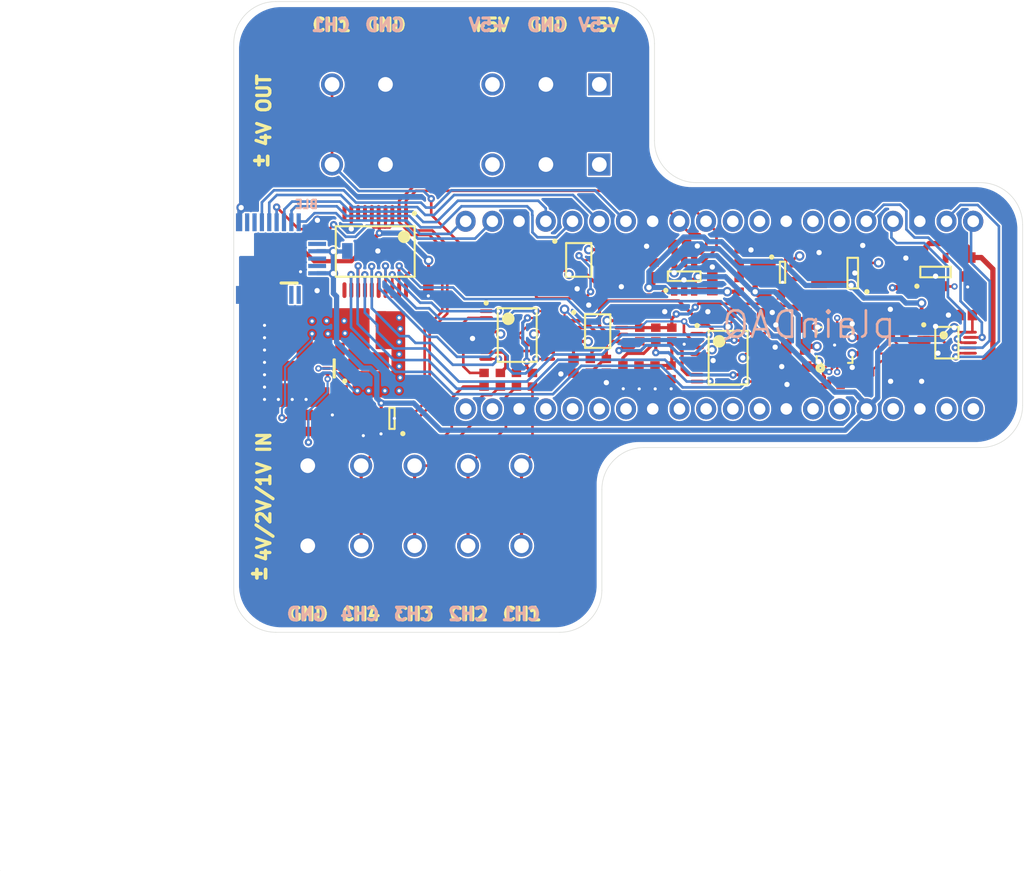
<source format=kicad_pcb>
(kicad_pcb (version 20211014) (generator pcbnew)
  (layers (0 "F.Cu" signal "Top Layer") (1 "In1.Cu" signal "Layer 1") (2 "In2.Cu" signal "Layer 2") (31 "B.Cu" signal "Bottom Layer") (34 "B.Paste" user "Bottom Paste") (35 "F.Paste" user "Top Paste") (36 "B.SilkS" user "Bottom Overlay") (37 "F.SilkS" user "Top Overlay") (38 "B.Mask" user "Bottom Solder") (39 "F.Mask" user "Top Solder") (44 "Edge.Cuts" user))
  (property "ADDRESS1" "L3, 12a Rodborough Rd")
  (property "ADDRESS2" "Frenchs Forest")
  (property "ADDRESS3" "NSW")
  (property "ADDRESS4" "Australia 2086")
  (property "DOCUMENTNUMBER" "")
  (property "ORGANIZATION" "Protel International P/L")
  (property "SHEETTOTAL" "")
  (net 0 "")
  (net 1 "UART_PD")
  (net 2 "BL_Wakeup")
  (net 3 "BL_TX")
  (net 4 "BL_RX")
  (net 5 "BL_RTS")
  (net 6 "BL_Reset")
  (net 7 "BL_Ind")
  (net 8 "BL_CTS")
  (net 9 "NetR29_2")
  (net 10 "NetR26_2")
  (net 11 "NetR23_2")
  (net 12 "NetR22_1")
  (net 13 "NetD1_2")
  (net 14 "NetC32_1")
  (net 15 "NetC14_2")
  (net 16 "NetC14_1")
  (net 17 "SDA")
  (net 18 "SCL")
  (net 19 "OUTPUT")
  (net 20 "NetR25_2")
  (net 21 "NetR22_2")
  (net 22 "NetR13_1")
  (net 23 "NetR11_2")
  (net 24 "NetR9_1")
  (net 25 "DAC_OUT")
  (net 26 "NonINV")
  (net 27 "NetR10_2")
  (net 28 "NetR5_2")
  (net 29 "NetR5_1")
  (net 30 "NetR4_2")
  (net 31 "NetR3_1")
  (net 32 "NetR2_1")
  (net 33 "NetR1_1")
  (net 34 "INPUT")
  (net 35 "GND")
  (net 36 "GND_CAL")
  (net 37 "FDA_IN")
  (net 38 "CH4")
  (net 39 "CH4_SW")
  (net 40 "CH3")
  (net 41 "CH3_SW")
  (net 42 "CH2")
  (net 43 "CH2_SW")
  (net 44 "CH1")
  (net 45 "CH1_SW")
  (net 46 "Buck_SW")
  (net 47 "Buck_FB")
  (net 48 "AIN-")
  (net 49 "AIN+")
  (net 50 "ADC_SDO")
  (net 51 "ADC_SDI")
  (net 52 "ADC_SCLK")
  (net 53 "ADC_CNVST")
  (net 54 "4X")
  (net 55 "4X_SW")
  (net 56 "2X")
  (net 57 "2X_SW")
  (net 58 "1X")
  (net 59 "1X_SW")
  (net 60 "-5V")
  (net 61 "+5V")
  (net 62 "+4v096")
  (net 63 "+3V3")
  (net 64 "+2v048")
  (net 65 "+1v8")
  (footprint "PlainDAQ:Res-0603" (layer "F.Cu") (at 156.001103 98.288002 90)
    (fp_text reference "R5" hide)
    (fp_text value "1.62k" hide)
  )
  (footprint "PlainDAQ:Raspberry_PICO" (layer "F.Cu") (at 192.406107 84.541095 -90)
    (fp_text reference "U11" hide)
    (fp_text value "RASPBERRY PICO" hide)
  )
  (footprint "PlainDAQ:Res-0603" (layer "F.Cu") (at 159.101103 98.888004 -90)
    (fp_text reference "R15" hide)
    (fp_text value "1.62k" hide)
  )
  (footprint "PlainDAQ:SOT95P280X100-5N" (layer "F.Cu") (at 180.951098 89.466092 180)
    (fp_text reference "U8" hide)
    (fp_text value "LM4132EMF-4.1/NOPB" hide)
  )
  (footprint "PlainDAQ:CAP-0603" (layer "F.Cu") (at 185.176101 98.741095 180)
    (fp_text reference "C7" hide)
    (fp_text value "100pF" hide)
  )
  (footprint "PlainDAQ:CAP-0603" (layer "F.Cu") (at 134.426106 103.291095 90)
    (fp_text reference "C21" hide)
    (fp_text value "100nF" hide)
  )
  (footprint "PlainDAQ:CAP-0603" (layer "F.Cu") (at 191.676101 93.466097)
    (fp_text reference "C3" hide)
    (fp_text value "100nF" hide)
  )
  (footprint "PlainDAQ:SOT95P275X110-6N" (layer "F.Cu") (at 164.926101 89.766095 90)
    (fp_text reference "U10" hide)
    (fp_text value "MCP4716" hide)
  )
  (footprint "PlainDAQ:CAP-0603" (layer "F.Cu") (at 164.501103 86.791095)
    (fp_text reference "C15" hide)
    (fp_text value "100nF" hide)
  )
  (footprint "PlainDAQ:TSOP65P640X110-16N" (layer "F.Cu") (at 149.051103 95.366093)
    (fp_text reference "U1" hide)
    (fp_text value "DG611EEQ-T1-GE4" hide)
  )
  (footprint "PlainDAQ:Res-0603" (layer "F.Cu") (at 176.426101 100.0411 180)
    (fp_text reference "R1" hide)
    (fp_text value "1.62k" hide)
  )
  (footprint "PlainDAQ:SOT95P280X100-5N" (layer "F.Cu") (at 188.826103 89.366097 90)
    (fp_text reference "U6" hide)
    (fp_text value "MIC5504-1.8YM5-TR" hide)
  )
  (footprint "PlainDAQ:Res-0603" (layer "F.Cu") (at 145.901105 99.616095 -90)
    (fp_text reference "R3" hide)
    (fp_text value "100" hide)
  )
  (footprint "PlainDAQ:Res-0603" (layer "F.Cu") (at 162.051101 89.116098 90)
    (fp_text reference "R23" hide)
    (fp_text value "1.62k" hide)
  )
  (footprint "PlainDAQ:SOTFL50P160X60-6N" (layer "F.Cu") (at 131.651098 98.541095 180)
    (fp_text reference "U14" hide)
    (fp_text value "RT6252AHGH6F" hide)
  )
  (footprint "PlainDAQ:CAP-0805" (layer "F.Cu") (at 127.076103 99.566095 -90)
    (fp_text reference "C31" hide)
    (fp_text value "10uF" hide)
  )
  (footprint "PlainDAQ:CAP-0603" (layer "F.Cu") (at 168.801105 93.241095)
    (fp_text reference "C5" hide)
    (fp_text value "" hide)
  )
  (footprint "PlainDAQ:Res-0603" (layer "F.Cu") (at 149.276107 90.391095 90)
    (fp_text reference "R24" hide)
    (fp_text value "1.62k" hide)
  )
  (footprint "PlainDAQ:Res-0603" (layer "F.Cu") (at 160.5261 89.116095 -90)
    (fp_text reference "R25" hide)
    (fp_text value "1.62k" hide)
  )
  (footprint "PlainDAQ:Res-0603" (layer "F.Cu") (at 162.151103 98.913002 -90)
    (fp_text reference "R19" hide)
    (fp_text value "1.62k" hide)
  )
  (footprint "PlainDAQ:TSOP65P640X110-16N" (layer "F.Cu") (at 169.101103 97.513002)
    (fp_text reference "U5" hide)
    (fp_text value "DG611EEQ-T1-GE4" hide)
  )
  (footprint "PlainDAQ:Res-0603" (layer "F.Cu") (at 185.226101 95.557766 180)
    (fp_text reference "R6" hide)
    (fp_text value "27" hide)
  )
  (footprint "PlainDAQ:Res-0603" (layer "F.Cu") (at 179.151103 92.5911 180)
    (fp_text reference "R14" hide)
    (fp_text value "1.62k" hide)
  )
  (footprint "PlainDAQ:CAP-0603" (layer "F.Cu") (at 129.826105 102.966093)
    (fp_text reference "C26" hide)
    (fp_text value "10pF" hide)
  )
  (footprint "PlainDAQ:CAP-0805" (layer "F.Cu") (at 177.7511 89.491093 -90)
    (fp_text reference "C17" hide)
    (fp_text value "10uF" hide)
  )
  (footprint "PlainDAQ:Res-0603" (layer "F.Cu") (at 147.726108 90.391095 90)
    (fp_text reference "R27" hide)
    (fp_text value "1.62k" hide)
  )
  (footprint "PlainDAQ:TSOP6-8 4x4 (NO PAD)" (layer "F.Cu") (at 154.9011 88.216095)
    (fp_text reference "U7" hide)
    (fp_text value "TSX9292" hide)
  )
  (footprint "PlainDAQ:CAP-0603" (layer "F.Cu") (at 188.151103 98.716095)
    (fp_text reference "C2" hide)
    (fp_text value "100nF" hide)
  )
  (footprint "PlainDAQ:CAP-0603" (layer "F.Cu") (at 167.601103 90.491095 -90)
    (fp_text reference "C16" hide)
    (fp_text value "100nF" hide)
  )
  (footprint "PlainDAQ:CAP-0805" (layer "F.Cu") (at 175.551099 94.391095)
    (fp_text reference "C13" hide)
    (fp_text value "10uF" hide)
  )
  (footprint "PlainDAQ:CAP-0603" (layer "F.Cu") (at 133.851099 98.591095 -90)
    (fp_text reference "C25" hide)
    (fp_text value "100nF" hide)
  )
  (footprint "PlainDAQ:CAP-0603" (layer "F.Cu") (at 185.176101 93.941102 180)
    (fp_text reference "C4" hide)
    (fp_text value "100pF" hide)
  )
  (footprint "PlainDAQ:CAP-0603" (layer "F.Cu") (at 154.401101 98.338002 90)
    (fp_text reference "C20" hide)
    (fp_text value "100nF" hide)
  )
  (footprint "PlainDAQ:CAP-0805" (layer "F.Cu") (at 185.976103 89.941095 -90)
    (fp_text reference "C8" hide)
    (fp_text value "10uF" hide)
  )
  (footprint "PlainDAQ:Res-0603" (layer "F.Cu") (at 127.676105 103.891095 -90)
    (fp_text reference "R36" hide)
    (fp_text value "10k" hide)
  )
  (footprint "PlainDAQ:Res-0603" (layer "F.Cu") (at 163.676103 98.913002 -90)
    (fp_text reference "R20" hide)
    (fp_text value "1.62k" hide)
  )
  (footprint "PlainDAQ:Res-0603" (layer "F.Cu") (at 163.751103 95.313004 90)
    (fp_text reference "R18" hide)
    (fp_text value "1.62k" hide)
  )
  (footprint "PlainDAQ:SOT65P210X110-5N" (layer "F.Cu") (at 137.146106 103.291091 180)
    (fp_text reference "U12" hide)
    (fp_text value "24FC01T-I/OT" hide)
  )
  (footprint "PlainDAQ:Res-0603" (layer "F.Cu") (at 150.851103 87.641095 90)
    (fp_text reference "R26" hide)
    (fp_text value "1.62k" hide)
  )
  (footprint "PlainDAQ:Res-0603" (layer "F.Cu") (at 171.601103 93.241095)
    (fp_text reference "R7" hide)
    (fp_text value "1MEG" hide)
  )
  (footprint "Diger.PcbLib:LED-0603" (layer "F.Cu") (at 127.351103 88.741087 90)
    (fp_text reference "D1" hide)
    (fp_text value "150060SS75000" hide)
  )
  (footprint "PlainDAQ:CAP-0805" (layer "F.Cu") (at 135.201103 95.941098)
    (fp_text reference "C23" hide)
    (fp_text value "10uF" hide)
  )
  (footprint "PlainDAQ:CUI_TBL004-508-03BE-2GY" (layer "F.Cu") (at 156.856105 79.141095 180)
    (fp_text reference "CN3" hide)
    (fp_text value "3 Position, 5.08mm" hide)
  )
  (footprint "PlainDAQ:CAP-0805" (layer "F.Cu") (at 127.701103 96.791099 180)
    (fp_text reference "C30" hide)
    (fp_text value "10uF" hide)
  )
  (footprint "PlainDAQ:CAP-0805" (layer "F.Cu") (at 191.876103 88.891097 90)
    (fp_text reference "C9" hide)
    (fp_text value "10uF" hide)
  )
  (footprint "Pasifler.PcbLib:IND-0806" (layer "F.Cu") (at 131.501103 101.241095)
    (fp_text reference "L1" hide)
    (fp_text value "2.2uH" hide)
  )
  (footprint "PlainDAQ:CAP-0603" (layer "F.Cu") (at 131.551103 96.591095)
    (fp_text reference "C32" hide)
    (fp_text value "100nF" hide)
  )
  (footprint "PlainDAQ:Res-0603" (layer "F.Cu") (at 160.701103 95.313004 -90)
    (fp_text reference "R12" hide)
    (fp_text value "1.62k" hide)
  )
  (footprint "PlainDAQ:Res-0603" (layer "F.Cu") (at 170.151103 87.866093 90)
    (fp_text reference "R32" hide)
    (fp_text value "1.62k" hide)
  )
  (footprint "PlainDAQ:Res-0603" (layer "F.Cu") (at 148.976105 99.616095 90)
    (fp_text reference "R10" hide)
    (fp_text value "100" hide)
  )
  (footprint "PlainDAQ:Res-0603" (layer "F.Cu") (at 171.6761 89.416092 -90)
    (fp_text reference "R31" hide)
    (fp_text value "10" hide)
  )
  (footprint "PlainDAQ:CAP-0603" (layer "F.Cu") (at 173.926101 87.266095)
    (fp_text reference "C14" hide)
    (fp_text value "100nF" hide)
  )
  (footprint "PlainDAQ:Res-0603" (layer "F.Cu") (at 150.501106 99.616095 90)
    (fp_text reference "R4" hide)
    (fp_text value "100" hide)
  )
  (footprint "PlainDAQ:TSSOP50P490X110-10N" (layer "F.Cu") (at 189.901101 96.091095)
    (fp_text reference "U4" hide)
    (fp_text value "MCP33151-05" hide)
  )
  (footprint "PlainDAQ:CAP-0805" (layer "F.Cu") (at 135.7511 98.691095 -90)
    (fp_text reference "C24" hide)
    (fp_text value "10uF" hide)
  )
  (footprint "PlainDAQ:Res-0603" (layer "F.Cu") (at 129.826103 104.541095)
    (fp_text reference "R35" hide)
    (fp_text value "52.3k" hide)
  )
  (footprint "PlainDAQ:SON-8 3.0X3.0, 2.00x1.49 PAD" (layer "F.Cu") (at 179.226103 96.316099 90)
    (fp_text reference "U3" hide)
    (fp_text value "AD8137WYCPZ-R7" hide)
  )
  (footprint "PlainDAQ:Res-0603" (layer "F.Cu") (at 150.851108 90.391095 90)
    (fp_text reference "R22" hide)
    (fp_text value "1.62k" hide)
  )
  (footprint "PlainDAQ:CAP-0805" (layer "F.Cu") (at 135.1761 93.841097)
    (fp_text reference "C22" hide)
    (fp_text value "10uF" hide)
  )
  (footprint "PlainDAQ:SOT65P210X110-5N" (layer "F.Cu") (at 174.276103 89.391093)
    (fp_text reference "U9" hide)
    (fp_text value "MCP6L01T" hide)
  )
  (footprint "PlainDAQ:Res-0603" (layer "F.Cu") (at 157.526103 98.288002 -90)
    (fp_text reference "R8" hide)
    (fp_text value "1.62k" hide)
  )
  (footprint "PlainDAQ:Res-0603" (layer "F.Cu") (at 125.726103 88.741087 -90)
    (fp_text reference "R37" hide)
    (fp_text value "1.62k" hide)
  )
  (footprint "PlainDAQ:CAP-0603" (layer "F.Cu") (at 128.9261 99.766097 -90)
    (fp_text reference "C28" hide)
    (fp_text value "100nF" hide)
  )
  (footprint "PlainDAQ:Res-0603" (layer "F.Cu") (at 170.151103 90.591095 90)
    (fp_text reference "R29" hide)
    (fp_text value "1.62k" hide)
  )
  (footprint "PlainDAQ:Res-0603" (layer "F.Cu") (at 185.226101 97.124431 180)
    (fp_text reference "R11" hide)
    (fp_text value "27" hide)
  )
  (footprint "PlainDAQ:Res-0603" (layer "F.Cu") (at 179.151103 100.0411 180)
    (fp_text reference "R2" hide)
    (fp_text value "1.62k" hide)
  )
  (footprint "PlainDAQ:Res-0603" (layer "F.Cu") (at 173.476103 91.541095 180)
    (fp_text reference "R21" hide)
    (fp_text value "1.62k" hide)
  )
  (footprint "PlainDAQ:CAP-0805" (layer "F.Cu") (at 127.676103 94.641098 180)
    (fp_text reference "C29" hide)
    (fp_text value "10uF" hide)
  )
  (footprint "PlainDAQ:CAP-0603" (layer "F.Cu") (at 153.101103 90.966095 180)
    (fp_text reference "C34" hide)
    (fp_text value "100nF" hide)
  )
  (footprint "PlainDAQ:Res-0603" (layer "F.Cu") (at 160.626105 98.913002 -90)
    (fp_text reference "R17" hide)
    (fp_text value "1.62k" hide)
  )
  (footprint "PlainDAQ:CUI_TBL004-508-05BE-2GY" (layer "F.Cu") (at 129.136103 107.791095)
    (fp_text reference "CN1" hide)
    (fp_text value "5 Position, 5.08mm" hide)
  )
  (footprint "PlainDAQ:CAP-0603" (layer "F.Cu") (at 159.601103 86.941095 180)
    (fp_text reference "C33" hide)
    (fp_text value "100nF" hide)
  )
  (footprint "PlainDAQ:CAP-0603" (layer "F.Cu") (at 180.2011 86.866092 180)
    (fp_text reference "C18" hide)
    (fp_text value "100nF" hide)
  )
  (footprint "PlainDAQ:CAP-0603" (layer "F.Cu") (at 181.901103 94.9411 -90)
    (fp_text reference "C12" hide)
    (fp_text value "100nF" hide)
  )
  (footprint "PlainDAQ:TSOP6-8 4x4 (NO PAD)" (layer "F.Cu") (at 156.701103 94.988004)
    (fp_text reference "U2" hide)
    (fp_text value "TSX9292" hide)
  )
  (footprint "PlainDAQ:CAP-0603" (layer "F.Cu") (at 140.601103 90.066095 90)
    (fp_text reference "C27" hide)
    (fp_text value "100nF" hide)
  )
  (footprint "PlainDAQ:Res-0603" (layer "F.Cu") (at 147.451103 99.616095 -90)
    (fp_text reference "R9" hide)
    (fp_text value "100" hide)
  )
  (footprint "PlainDAQ:Res-0603" (layer "F.Cu") (at 149.276103 87.641095 90)
    (fp_text reference "R30" hide)
    (fp_text value "100" hide)
  )
  (footprint "PlainDAQ:CAP-0603" (layer "F.Cu") (at 161.326106 93.138002 180)
    (fp_text reference "C19" hide)
    (fp_text value "100nF" hide)
  )
  (footprint "PlainDAQ:Res-0603" (layer "F.Cu") (at 158.951103 89.116098 -90)
    (fp_text reference "R28" hide)
    (fp_text value "1.62k" hide)
  )
  (footprint "Entegreler.PcbLib:SOP65P780X200-20N" (layer "F.Cu") (at 135.551103 87.416095 -90)
    (fp_text reference "U13" hide)
    (fp_text value "MCP23008T-E/SS" hide)
  )
  (footprint "PlainDAQ:CAP-0603" (layer "F.Cu") (at 188.151103 93.441095)
    (fp_text reference "C1" hide)
    (fp_text value "100nF" hide)
  )
  (footprint "PlainDAQ:CAP-0805" (layer "F.Cu") (at 175.5261 96.491097)
    (fp_text reference "C11" hide)
    (fp_text value "10uF" hide)
  )
  (footprint "PlainDAQ:Res-0603" (layer "F.Cu") (at 176.426101 92.5911 180)
    (fp_text reference "R13" hide)
    (fp_text value "1.62k" hide)
  )
  (footprint "PlainDAQ:CUI_TBL004-508-02BE-2GY" (layer "F.Cu") (at 136.526105 79.141095 180)
    (fp_text reference "CN2" hide)
    (fp_text value "2 Position, 5.08mm" hide)
  )
  (footprint "PlainDAQ:CAP-0603" (layer "F.Cu") (at 175.926103 98.3661 180)
    (fp_text reference "C6" hide)
    (fp_text value "100nF" hide)
  )
  (footprint "PlainDAQ:CAP-0603" (layer "F.Cu") (at 181.901103 97.791099 90)
    (fp_text reference "C10" hide)
    (fp_text value "100nF" hide)
  )
  (footprint "PlainDAQ:Res-0603" (layer "F.Cu") (at 162.226103 95.313004 90)
    (fp_text reference "R16" hide)
    (fp_text value "1.62k" hide)
  )
  (footprint "Diger.PcbLib:PCB_MDBT42T_7.2X11.2" (layer "B.Cu") (at 118.976109 88.091104 -90)
    (fp_text reference "BLE")
    (fp_text value "MODULE_MDBT42T" hide)
  )
  (footprint "PlainDAQ:CAP-0805" (layer "B.Cu") (at 133.801101 87.366095 180)
    (fp_text reference "C36" hide)
    (fp_text value "10uF" hide)
  )
  (gr_line (start 124.1011 78.766095) (end 124.901101 78.766095) (layer "F.SilkS") (width 0.35))
  (gr_line (start 123.901101 118.066098) (end 124.701103 118.066098) (layer "F.SilkS") (width 0.35))
  (gr_line (start 124.301103 118.4661) (end 124.301103 117.666099) (layer "F.SilkS") (width 0.35))
  (gr_line (start 125.1261 118.4661) (end 125.1261 117.666099) (layer "F.SilkS") (width 0.35))
  (gr_line (start 124.501103 79.166097) (end 124.501103 78.366095) (layer "F.SilkS") (width 0.35))
  (gr_line (start 125.326099 79.166097) (end 125.326099 78.366095) (layer "F.SilkS") (width 0.35))
  (gr_line (start 157.101103 119.641099) (end 157.10111 110.066084) (layer "Edge.Cuts") (width 0.05))
  (gr_line (start 122.101094 67.641104) (end 122.101079 119.641078) (layer "Edge.Cuts") (width 0.05))
  (gr_line (start 99.901103 146.366095) (end 99.901103 146.366095) (layer "Edge.Cuts") (width 0.05))
  (gr_line (start 161.1011 106.066099) (end 193.101107 106.066097) (layer "Edge.Cuts") (width 0.05))
  (gr_line (start 126.101103 123.641099) (end 126.101103 123.641099) (layer "Edge.Cuts") (width 0.05))
  (gr_arc (start 193.101096 80.866107) (mid 195.92952 82.037672) (end 197.101091 84.866093) (layer "Edge.Cuts") (width 0.05))
  (gr_arc (start 157.10111 110.066084) (mid 158.272679 107.237675) (end 161.10109 106.066112) (layer "Edge.Cuts") (width 0.05))
  (gr_line (start 99.901103 146.366095) (end 99.901103 146.366095) (layer "Edge.Cuts") (width 0.05))
  (gr_arc (start 122.101094 67.641126) (mid 123.272655 64.812678) (end 126.101098 63.641105) (layer "Edge.Cuts") (width 0.05))
  (gr_arc (start 158.10108 63.641137) (mid 160.929504 64.812677) (end 162.101083 67.641085) (layer "Edge.Cuts") (width 0.05))
  (gr_line (start 197.101097 102.0661) (end 197.101091 84.866093) (layer "Edge.Cuts") (width 0.05))
  (gr_line (start 193.101099 80.866104) (end 166.101111 80.866099) (layer "Edge.Cuts") (width 0.05))
  (gr_arc (start 157.101085 119.641117) (mid 155.929514 122.46953) (end 153.101099 123.641098) (layer "Edge.Cuts") (width 0.05))
  (gr_line (start 126.101103 123.641099) (end 153.101099 123.641098) (layer "Edge.Cuts") (width 0.05))
  (gr_arc (start 126.101079 123.641098) (mid 123.272644 122.469519) (end 122.101079 119.641078) (layer "Edge.Cuts") (width 0.05))
  (gr_line (start 99.901103 146.366095) (end 99.901103 146.366095) (layer "Edge.Cuts") (width 0.05))
  (gr_line (start 158.101101 63.641104) (end 126.101098 63.641105) (layer "Edge.Cuts") (width 0.05))
  (gr_arc (start 197.101089 102.066109) (mid 195.929525 104.894529) (end 193.101107 106.066097) (layer "Edge.Cuts") (width 0.05))
  (gr_arc (start 166.10111 80.866099) (mid 163.272678 79.69455) (end 162.101098 76.866131) (layer "Edge.Cuts") (width 0.05))
  (gr_line (start 99.901103 146.366095) (end 99.901103 146.366095) (layer "Edge.Cuts") (width 0.05))
  (gr_line (start 162.101098 76.866095) (end 162.101083 67.641085) (layer "Edge.Cuts") (width 0.05))
  (gr_line (start 99.901103 146.366095) (end 99.901103 146.366095) (layer "Edge.Cuts") (width 0.05))
  (gr_line (start 99.901103 146.366095) (end 99.901103 146.366095) (layer "Edge.Cuts") (width 0.05))
  (gr_line (start 99.901103 146.366095) (end 99.901103 146.366095) (layer "Edge.Cuts") (width 0.05))
  (gr_line (start 99.901103 146.366095) (end 99.901103 146.366095) (layer "Edge.Cuts") (width 0.05))
  (gr_text "-5V" (at 158.751103 66.5661) (layer "B.SilkS") (effects (font (size 1.2 1.2) (thickness 0.35)) (justify left bottom mirror)))
  (gr_text "+5V" (at 148.326101 66.5661) (layer "B.SilkS") (effects (font (size 1.2 1.2) (thickness 0.35)) (justify left bottom mirror)))
  (gr_text "GND" (at 138.476101 66.5661) (layer "B.SilkS") (effects (font (size 1.2 1.2) (thickness 0.35)) (justify left bottom mirror)))
  (gr_text "GND" (at 131.044414 122.616097) (layer "B.SilkS") (effects (font (size 1.2 1.2) (thickness 0.35)) (justify left bottom mirror)))
  (gr_text "CH1" (at 133.321902 66.5661) (layer "B.SilkS") (effects (font (size 1.2 1.2) (thickness 0.35)) (justify left bottom mirror)))
  (gr_text "CH3" (at 141.151103 122.616097) (layer "B.SilkS") (effects (font (size 1.2 1.2) (thickness 0.35)) (justify left bottom mirror)))
  (gr_text "plainDAQ" (at 185.226101 95.841095) (layer "B.SilkS") (effects (font (size 2.5 2.5) (thickness 0.254) bold) (justify left bottom mirror)))
  (gr_text "CH2" (at 146.326103 122.616097) (layer "B.SilkS") (effects (font (size 1.2 1.2) (thickness 0.35)) (justify left bottom mirror)))
  (gr_text "CH4" (at 136.069413 122.616097) (layer "B.SilkS") (effects (font (size 1.2 1.2) (thickness 0.35)) (justify left bottom mirror)))
  (gr_text "GND" (at 153.8761 66.5661) (layer "B.SilkS") (effects (font (size 1.2 1.2) (thickness 0.35)) (justify left bottom mirror)))
  (gr_text "CH1" (at 151.401103 122.616097) (layer "B.SilkS") (effects (font (size 1.2 1.2) (thickness 0.35)) (justify left bottom mirror)))
  (gr_text "CH3" (at 137.276103 122.616097) (layer "F.SilkS") (effects (font (size 1.2 1.2) (thickness 0.35)) (justify left bottom)))
  (gr_text "4V OUT" (at 125.701103 77.591097 90) (layer "F.SilkS") (effects (font (size 1.25 1.25) (thickness 0.32) bold) (justify left bottom)))
  (gr_text "-5V" (at 154.851103 66.566097) (layer "F.SilkS") (effects (font (size 1.2 1.2) (thickness 0.35)) (justify left bottom)))
  (gr_text "GND" (at 127.169415 122.616097) (layer "F.SilkS") (effects (font (size 1.2 1.2) (thickness 0.35)) (justify left bottom)))
  (gr_text "CH2" (at 142.451103 122.616097) (layer "F.SilkS") (effects (font (size 1.2 1.2) (thickness 0.35)) (justify left bottom)))
  (gr_text "4V/2V/1V IN" (at 125.701092 117.091084 90) (layer "F.SilkS") (effects (font (size 1.25 1.25) (thickness 0.32) bold) (justify left bottom)))
  (gr_text "CH1" (at 129.421902 66.566097) (layer "F.SilkS") (effects (font (size 1.2 1.2) (thickness 0.35)) (justify left bottom)))
  (gr_text "CH4" (at 132.194414 122.616097) (layer "F.SilkS") (effects (font (size 1.2 1.2) (thickness 0.35)) (justify left bottom)))
  (gr_text "CH1" (at 147.526103 122.616097) (layer "F.SilkS") (effects (font (size 1.2 1.2) (thickness 0.35)) (justify left bottom)))
  (gr_text "GND" (at 134.576101 66.566097) (layer "F.SilkS") (effects (font (size 1.2 1.2) (thickness 0.35)) (justify left bottom)))
  (gr_text "GND" (at 149.976101 66.566097) (layer "F.SilkS") (effects (font (size 1.2 1.2) (thickness 0.35)) (justify left bottom)))
  (gr_text "+5V" (at 144.426103 66.566097) (layer "F.SilkS") (effects (font (size 1.2 1.2) (thickness 0.35)) (justify left bottom)))
  (segment (start 128.350691 84.562536) (end 128.979671 84.562536) (width 0.25) (layer "B.Cu") (net 1))
  (segment (start 131.826119 83.766095) (end 132.52612 84.466097) (width 0.25) (layer "B.Cu") (net 1))
  (segment (start 142.67466 85.741095) (end 143.87466 84.541095) (width 0.25) (layer "B.Cu") (net 1))
  (segment (start 139.801103 85.741095) (end 142.67466 85.741095) (width 0.25) (layer "B.Cu") (net 1))
  (segment (start 128.276116 84.63711) (end 128.350691 84.562536) (width 0.25) (layer "B.Cu") (net 1))
  (segment (start 128.979671 84.562536) (end 129.176103 84.366105) (width 0.25) (layer "B.Cu") (net 1))
  (segment (start 143.87466 84.541095) (end 144.146107 84.541095) (width 0.25) (layer "B.Cu") (net 1))
  (segment (start 129.776108 83.766095) (end 131.826119 83.766095) (width 0.25) (layer "B.Cu") (net 1))
  (segment (start 138.526106 84.466097) (end 139.801103 85.741095) (width 0.25) (layer "B.Cu") (net 1))
  (segment (start 129.176103 84.366105) (end 129.176103 84.366102) (width 0.25) (layer "B.Cu") (net 1))
  (segment (start 129.176103 84.366102) (end 129.776108 83.766095) (width 0.25) (layer "B.Cu") (net 1))
  (segment (start 132.52612 84.466097) (end 138.526106 84.466097) (width 0.25) (layer "B.Cu") (net 1))
  (segment (start 126.176103 83.191095) (end 128.276103 85.291095) (width 0.25) (layer "F.Cu") (net 2))
  (segment (start 131.1761 85.291095) (end 131.601101 84.866095) (width 0.25) (layer "F.Cu") (net 2))
  (segment (start 128.276103 85.291095) (end 131.1761 85.291095) (width 0.25) (layer "F.Cu") (net 2))
  (via (at 131.601101 84.866095) (size 0.7) (drill 0.3) (layers "F.Cu" "B.Cu") (net 2))
  (via (at 126.176103 83.191095) (size 0.7) (drill 0.3) (layers "F.Cu" "B.Cu") (net 2))
  (segment (start 145.036108 86.191097) (end 146.686107 84.541098) (width 0.25) (layer "B.Cu") (net 2))
  (segment (start 132.751101 86.016095) (end 133.6761 86.016095) (width 0.25) (layer "B.Cu") (net 2))
  (segment (start 133.6761 86.016095) (end 134.726101 84.966095) (width 0.25) (layer "B.Cu") (net 2))
  (segment (start 131.601101 84.866095) (end 132.751101 86.016095) (width 0.25) (layer "B.Cu") (net 2))
  (segment (start 146.686107 84.541098) (end 146.686107 84.541095) (width 0.25) (layer "B.Cu") (net 2))
  (segment (start 134.726101 84.966095) (end 138.376101 84.966095) (width 0.25) (layer "B.Cu") (net 2))
  (segment (start 139.601103 86.191097) (end 145.036108 86.191097) (width 0.25) (layer "B.Cu") (net 2))
  (segment (start 138.376101 84.966095) (end 139.601103 86.191097) (width 0.25) (layer "B.Cu") (net 2))
  (segment (start 126.176113 84.637102) (end 126.176113 83.191106) (width 0.25) (layer "B.Cu") (net 2))
  (segment (start 126.176103 83.191095) (end 126.176113 83.191106) (width 0.25) (layer "B.Cu") (net 2))
  (segment (start 126.176113 84.637102) (end 126.17612 84.63711) (width 0.25) (layer "B.Cu") (net 2))
  (segment (start 127.651103 82.666095) (end 132.201103 82.666095) (width 0.25) (layer "B.Cu") (net 3))
  (segment (start 133.151105 83.616095) (end 139.126103 83.616095) (width 0.25) (layer "B.Cu") (net 3))
  (segment (start 126.905766 84.607463) (end 126.905766 83.411433) (width 0.25) (layer "B.Cu") (net 3))
  (segment (start 143.401103 82.591097) (end 151.051103 82.591097) (width 0.25) (layer "B.Cu") (net 3))
  (segment (start 139.126103 83.616095) (end 140.126103 84.616097) (width 0.25) (layer "B.Cu") (net 3))
  (segment (start 126.876119 84.63711) (end 126.905766 84.607463) (width 0.25) (layer "B.Cu") (net 3))
  (segment (start 140.126103 84.616097) (end 141.376103 84.616097) (width 0.25) (layer "B.Cu") (net 3))
  (segment (start 126.905766 83.411433) (end 127.651103 82.666095) (width 0.25) (layer "B.Cu") (net 3))
  (segment (start 132.201103 82.666095) (end 133.151105 83.616095) (width 0.25) (layer "B.Cu") (net 3))
  (segment (start 151.051103 82.591097) (end 151.766107 83.306102) (width 0.25) (layer "B.Cu") (net 3))
  (segment (start 151.766107 84.541095) (end 151.766107 83.306102) (width 0.25) (layer "B.Cu") (net 3))
  (segment (start 141.376103 84.616097) (end 143.401103 82.591097) (width 0.25) (layer "B.Cu") (net 3))
  (segment (start 127.576118 84.63711) (end 127.59326 84.619968) (width 0.25) (layer "B.Cu") (net 4))
  (segment (start 132.826103 84.041095) (end 138.801101 84.041095) (width 0.25) (layer "B.Cu") (net 4))
  (segment (start 150.976101 86.066095) (end 152.781109 86.066095) (width 0.25) (layer "B.Cu") (net 4))
  (segment (start 143.751099 83.116097) (end 150.001103 83.116097) (width 0.25) (layer "B.Cu") (net 4))
  (segment (start 128.0011 83.116097) (end 131.901103 83.116097) (width 0.25) (layer "B.Cu") (net 4))
  (segment (start 150.476103 83.941097) (end 150.501101 83.966095) (width 0.25) (layer "B.Cu") (net 4))
  (segment (start 154.306107 84.541098) (end 154.306107 84.541095) (width 0.25) (layer "B.Cu") (net 4))
  (segment (start 150.501101 85.591095) (end 150.501101 83.966095) (width 0.25) (layer "B.Cu") (net 4))
  (segment (start 141.751101 85.116095) (end 143.751099 83.116097) (width 0.25) (layer "B.Cu") (net 4))
  (segment (start 131.901103 83.116097) (end 132.826103 84.041095) (width 0.25) (layer "B.Cu") (net 4))
  (segment (start 127.59326 84.619968) (end 127.59326 83.523937) (width 0.25) (layer "B.Cu") (net 4))
  (segment (start 152.781109 86.066095) (end 154.306107 84.541098) (width 0.25) (layer "B.Cu") (net 4))
  (segment (start 150.476103 83.941097) (end 150.476103 83.591097) (width 0.25) (layer "B.Cu") (net 4))
  (segment (start 138.801101 84.041095) (end 139.876101 85.116095) (width 0.25) (layer "B.Cu") (net 4))
  (segment (start 150.501101 85.591095) (end 150.976101 86.066095) (width 0.25) (layer "B.Cu") (net 4))
  (segment (start 150.001103 83.116097) (end 150.476103 83.591097) (width 0.25) (layer "B.Cu") (net 4))
  (segment (start 127.59326 83.523937) (end 128.0011 83.116097) (width 0.25) (layer "B.Cu") (net 4))
  (segment (start 139.876101 85.116095) (end 141.751101 85.116095) (width 0.25) (layer "B.Cu") (net 4))
  (segment (start 156.436111 81.591095) (end 159.386107 84.541093) (width 0.25) (layer "B.Cu") (net 6))
  (segment (start 139.901103 82.766095) (end 140.376103 83.241095) (width 0.25) (layer "B.Cu") (net 6))
  (segment (start 133.7261 82.766095) (end 139.901103 82.766095) (width 0.25) (layer "B.Cu") (net 6))
  (segment (start 140.376103 83.241095) (end 141.151103 83.241095) (width 0.25) (layer "B.Cu") (net 6))
  (segment (start 141.151103 83.241095) (end 142.801101 81.591095) (width 0.25) (layer "B.Cu") (net 6))
  (segment (start 142.801101 81.591095) (end 156.436111 81.591095) (width 0.25) (layer "B.Cu") (net 6))
  (segment (start 132.551101 81.591095) (end 133.7261 82.766095) (width 0.25) (layer "B.Cu") (net 6))
  (segment (start 125.926103 81.591095) (end 132.551101 81.591095) (width 0.25) (layer "B.Cu") (net 6))
  (segment (start 124.776098 82.741102) (end 125.926103 81.591095) (width 0.25) (layer "B.Cu") (net 6))
  (segment (start 159.386107 84.541095) (end 159.386107 84.541093) (width 0.25) (layer "B.Cu") (net 6))
  (segment (start 124.776098 84.63711) (end 124.776098 82.741102) (width 0.25) (layer "B.Cu") (net 6))
  (segment (start 126.201103 82.041095) (end 132.276103 82.041095) (width 0.25) (layer "B.Cu") (net 7))
  (segment (start 132.276103 82.041095) (end 133.426103 83.191095) (width 0.25) (layer "B.Cu") (net 7))
  (segment (start 125.476096 84.63711) (end 125.476096 82.766103) (width 0.25) (layer "B.Cu") (net 7))
  (segment (start 141.151103 83.941097) (end 143.051103 82.041095) (width 0.25) (layer "B.Cu") (net 7))
  (segment (start 154.34611 82.041095) (end 156.846107 84.541093) (width 0.25) (layer "B.Cu") (net 7))
  (segment (start 156.846107 84.541095) (end 156.846107 84.541093) (width 0.25) (layer "B.Cu") (net 7))
  (segment (start 139.551103 83.191095) (end 140.301103 83.941097) (width 0.25) (layer "B.Cu") (net 7))
  (segment (start 125.476096 82.766103) (end 126.201103 82.041095) (width 0.25) (layer "B.Cu") (net 7))
  (segment (start 140.301103 83.941097) (end 141.151103 83.941097) (width 0.25) (layer "B.Cu") (net 7))
  (segment (start 143.051103 82.041095) (end 154.34611 82.041095) (width 0.25) (layer "B.Cu") (net 7))
  (segment (start 133.426103 83.191095) (end 139.551103 83.191095) (width 0.25) (layer "B.Cu") (net 7))
  (segment (start 173.178978 89.973967) (end 173.246103 90.041092) (width 0.15) (layer "F.Cu") (net 9))
  (segment (start 172.426101 89.666097) (end 172.733972 89.973967) (width 0.15) (layer "F.Cu") (net 9))
  (segment (start 170.476103 89.616092) (end 170.551103 89.616092) (width 0.15) (layer "F.Cu") (net 9))
  (segment (start 170.151103 89.941092) (end 170.476103 89.616092) (width 0.15) (layer "F.Cu") (net 9))
  (segment (start 172.426101 89.666097) (end 172.426101 89.666095) (width 0.15) (layer "F.Cu") (net 9))
  (segment (start 170.751103 89.416092) (end 172.176099 89.416092) (width 0.15) (layer "F.Cu") (net 9))
  (segment (start 170.551103 89.616092) (end 170.751103 89.416092) (width 0.15) (layer "F.Cu") (net 9))
  (segment (start 172.733972 89.973967) (end 173.178978 89.973967) (width 0.15) (layer "F.Cu") (net 9))
  (segment (start 170.151103 89.941092) (end 170.151103 88.516091) (width 0.35) (layer "F.Cu") (net 9))
  (segment (start 172.176099 89.416092) (end 172.426101 89.666095) (width 0.15) (layer "F.Cu") (net 9))
  (segment (start 150.051103 87.137542) (end 150.197551 86.991093) (width 0.25) (layer "F.Cu") (net 10))
  (segment (start 149.276105 88.291095) (end 149.904653 88.291095) (width 0.25) (layer "F.Cu") (net 10))
  (segment (start 151.799041 86.941095) (end 152.09904 87.241095) (width 0.25) (layer "F.Cu") (net 10))
  (segment (start 152.09904 87.241095) (end 152.6261 87.241095) (width 0.25) (layer "F.Cu") (net 10))
  (segment (start 150.851103 86.991093) (end 150.9011 86.941095) (width 0.25) (layer "F.Cu") (net 10))
  (segment (start 149.904653 88.291095) (end 150.051103 88.144647) (width 0.25) (layer "F.Cu") (net 10))
  (segment (start 149.276103 88.291093) (end 149.326103 88.291093) (width 0.25) (layer "F.Cu") (net 10))
  (segment (start 149.276103 88.291093) (end 149.276105 88.291095) (width 0.25) (layer "F.Cu") (net 10))
  (segment (start 150.051103 88.144647) (end 150.051103 87.137542) (width 0.25) (layer "F.Cu") (net 10))
  (segment (start 150.197551 86.991093) (end 150.851103 86.991093) (width 0.25) (layer "F.Cu") (net 10))
  (segment (start 150.9011 86.941095) (end 151.799041 86.941095) (width 0.25) (layer "F.Cu") (net 10))
  (segment (start 160.5261 88.466095) (end 162.051101 88.466095) (width 0.3) (layer "F.Cu") (net 11))
  (segment (start 156.026101 91.316095) (end 156.026101 91.241095) (width 0.25) (layer "F.Cu") (net 12))
  (segment (start 154.926103 87.816095) (end 155.351103 88.241095) (width 0.2) (layer "F.Cu") (net 12))
  (segment (start 147.726108 91.041095) (end 149.276107 91.041095) (width 0.25) (layer "F.Cu") (net 12))
  (segment (start 156.076103 88.016092) (end 156.2011 87.891095) (width 0.2) (layer "F.Cu") (net 12))
  (segment (start 156.2011 87.891095) (end 157.176101 87.891095) (width 0.2) (layer "F.Cu") (net 12))
  (segment (start 156.193261 88.541095) (end 157.176101 88.541095) (width 0.2) (layer "F.Cu") (net 12))
  (segment (start 156.076103 88.241095) (end 156.076103 88.016092) (width 0.2) (layer "F.Cu") (net 12))
  (segment (start 155.476103 91.866095) (end 156.026101 91.316095) (width 0.25) (layer "F.Cu") (net 12))
  (segment (start 150.851108 91.719646) (end 150.997557 91.866095) (width 0.25) (layer "F.Cu") (net 12))
  (segment (start 150.851108 91.719646) (end 150.851108 91.041095) (width 0.25) (layer "F.Cu") (net 12))
  (segment (start 149.276107 91.041095) (end 150.851108 91.041095) (width 0.25) (layer "F.Cu") (net 12))
  (segment (start 155.351103 88.241095) (end 156.076103 88.241095) (width 0.2) (layer "F.Cu") (net 12))
  (segment (start 156.076103 88.423938) (end 156.193261 88.541095) (width 0.2) (layer "F.Cu") (net 12))
  (segment (start 150.997557 91.866095) (end 155.476103 91.866095) (width 0.25) (layer "F.Cu") (net 12))
  (segment (start 156.076103 88.423938) (end 156.076103 88.241095) (width 0.2) (layer "F.Cu") (net 12))
  (via (at 154.926103 87.816095) (size 0.7) (drill 0.3) (layers "F.Cu" "B.Cu") (net 12))
  (via (at 156.026101 91.241095) (size 0.7) (drill 0.3) (layers "F.Cu" "B.Cu") (net 12))
  (segment (start 156.026101 91.241095) (end 156.026101 88.916093) (width 0.25) (layer "B.Cu") (net 12))
  (segment (start 154.926103 87.816095) (end 156.026101 88.916093) (width 0.25) (layer "B.Cu") (net 12))
  (segment (start 126.54 88.21) (end 126.54 89.3) (width 0.25) (layer "F.Cu") (net 13))
  (segment (start 127.351103 88.091086) (end 126.658914 88.091086) (width 0.25) (layer "F.Cu") (net 13))
  (segment (start 127.076103 88.366087) (end 127.351103 88.091086) (width 0.25) (layer "F.Cu") (net 13))
  (segment (start 126.54 89.3) (end 126.448912 89.391088) (width 0.25) (layer "F.Cu") (net 13))
  (segment (start 126.448912 89.391088) (end 125.726103 89.391088) (width 0.25) (layer "F.Cu") (net 13))
  (segment (start 126.658914 88.091086) (end 126.54 88.21) (width 0.25) (layer "F.Cu") (net 13))
  (segment (start 130.901105 96.591095) (end 130.926098 98.041095) (width 0.3) (layer "F.Cu") (net 14))
  (segment (start 174.576103 89.486092) (end 174.576103 87.266095) (width 0.3) (layer "F.Cu") (net 15))
  (segment (start 174.126101 91.541095) (end 174.826103 91.541095) (width 0.3) (layer "F.Cu") (net 15))
  (segment (start 175.131103 90.041092) (end 175.306103 90.041092) (width 0.3) (layer "F.Cu") (net 15))
  (segment (start 174.826103 91.541095) (end 175.306103 91.061093) (width 0.3) (layer "F.Cu") (net 15))
  (segment (start 175.306103 91.061093) (end 175.306103 90.041092) (width 0.3) (layer "F.Cu") (net 15))
  (segment (start 174.576103 89.486092) (end 175.131103 90.041092) (width 0.3) (layer "F.Cu") (net 15))
  (segment (start 173.246103 88.741092) (end 173.261103 88.741092) (width 0.4) (layer "F.Cu") (net 16))
  (segment (start 171.701103 88.741092) (end 173.246103 88.741092) (width 0.4) (layer "F.Cu") (net 16))
  (segment (start 173.261103 88.741092) (end 173.261103 87.281093) (width 0.4) (layer "F.Cu") (net 16))
  (segment (start 173.261103 87.281093) (end 173.276103 87.266095) (width 0.4) (layer "F.Cu") (net 16))
  (segment (start 171.6761 88.766093) (end 171.701103 88.741092) (width 0.4) (layer "F.Cu") (net 16))
  (segment (start 163.581108 81.116095) (end 167.006107 84.541095) (width 0.25) (layer "F.Cu") (net 17))
  (segment (start 140.251101 94.791098) (end 141.926103 93.116097) (width 0.25) (layer "F.Cu") (net 17))
  (segment (start 167.006107 84.667831) (end 167.006107 84.541095) (width 0.25) (layer "F.Cu") (net 17))
  (segment (start 166.713903 88.416097) (end 168 87.13) (width 0.25) (layer "F.Cu") (net 17))
  (segment (start 137.826103 83.741095) (end 137.826103 82.591097) (width 0.25) (layer "F.Cu") (net 17))
  (segment (start 140.7011 85.841095) (end 141.926103 87.066097) (width 0.25) (layer "F.Cu") (net 17))
  (segment (start 137.826103 84.64109) (end 137.826103 83.741095) (width 0.25) (layer "F.Cu") (net 17))
  (segment (start 168 85.534988) (end 167.006107 84.541095) (width 0.25) (layer "F.Cu") (net 17))
  (segment (start 139.026107 85.841095) (end 140.7011 85.841095) (width 0.25) (layer "F.Cu") (net 17))
  (segment (start 140.251101 101.791097) (end 140.251101 94.791098) (width 0.25) (layer "F.Cu") (net 17))
  (segment (start 138.176106 102.641092) (end 139.401105 102.641092) (width 0.25) (layer "F.Cu") (net 17))
  (segment (start 168 87.13) (end 168 85.534988) (width 0.25) (layer "F.Cu") (net 17))
  (segment (start 139.301103 81.116095) (end 163.581108 81.116095) (width 0.25) (layer "F.Cu") (net 17))
  (segment (start 137.826103 82.591097) (end 139.301103 81.116095) (width 0.25) (layer "F.Cu") (net 17))
  (segment (start 137.826103 84.64109) (end 139.026107 85.841095) (width 0.25) (layer "F.Cu") (net 17))
  (segment (start 141.926103 93.116097) (end 141.926103 87.066097) (width 0.25) (layer "F.Cu") (net 17))
  (segment (start 139.401105 102.641092) (end 140.251101 101.791097) (width 0.25) (layer "F.Cu") (net 17))
  (segment (start 165.876099 88.416097) (end 166.713903 88.416097) (width 0.25) (layer "F.Cu") (net 17))
  (segment (start 165.526103 85.766095) (end 166.376101 85.766095) (width 0.25) (layer "F.Cu") (net 18))
  (segment (start 139.426101 81.641095) (end 161.566108 81.641095) (width 0.25) (layer "F.Cu") (net 18))
  (segment (start 138.476103 82.591095) (end 139.426101 81.641095) (width 0.25) (layer "F.Cu") (net 18))
  (segment (start 140.976129 85.416095) (end 142.401103 86.841068) (width 0.25) (layer "F.Cu") (net 18))
  (segment (start 139.226103 85.416095) (end 140.976129 85.416095) (width 0.25) (layer "F.Cu") (net 18))
  (segment (start 166.376101 85.766095) (end 167.026103 86.416095) (width 0.25) (layer "F.Cu") (net 18))
  (segment (start 164.951103 88.391095) (end 164.951103 87.762544) (width 0.25) (layer "F.Cu") (net 18))
  (segment (start 161.566108 81.641095) (end 164.466107 84.541095) (width 0.25) (layer "F.Cu") (net 18))
  (segment (start 138.951106 103.941092) (end 140.726101 102.166097) (width 0.25) (layer "F.Cu") (net 18))
  (segment (start 138.476103 84.666095) (end 139.226103 85.416095) (width 0.25) (layer "F.Cu") (net 18))
  (segment (start 167.026103 87.091095) (end 167.026103 86.416095) (width 0.25) (layer "F.Cu") (net 18))
  (segment (start 138.176106 103.941092) (end 138.951106 103.941092) (width 0.25) (layer "F.Cu") (net 18))
  (segment (start 164.951103 87.762544) (end 165.097551 87.616095) (width 0.25) (layer "F.Cu") (net 18))
  (segment (start 142.401103 93.316097) (end 142.401103 86.841068) (width 0.25) (layer "F.Cu") (net 18))
  (segment (start 138.476103 84.666095) (end 138.476103 82.591095) (width 0.25) (layer "F.Cu") (net 18))
  (segment (start 166.501103 87.616095) (end 167.026103 87.091095) (width 0.25) (layer "F.Cu") (net 18))
  (segment (start 140.726101 94.991097) (end 142.401103 93.316097) (width 0.25) (layer "F.Cu") (net 18))
  (segment (start 164.466107 84.706099) (end 165.526103 85.766095) (width 0.25) (layer "F.Cu") (net 18))
  (segment (start 164.926101 88.416097) (end 164.951103 88.391095) (width 0.25) (layer "F.Cu") (net 18))
  (segment (start 165.097551 87.616095) (end 166.501103 87.616095) (width 0.25) (layer "F.Cu") (net 18))
  (segment (start 164.466107 84.706099) (end 164.466107 84.541095) (width 0.25) (layer "F.Cu") (net 18))
  (segment (start 140.726101 102.166097) (end 140.726101 94.991097) (width 0.25) (layer "F.Cu") (net 18))
  (segment (start 131.446105 79.141095) (end 131.446105 71.521095) (width 0.25) (layer "F.Cu") (net 19))
  (segment (start 140.876101 83.916095) (end 143.951099 86.991093) (width 0.25) (layer "F.Cu") (net 19))
  (segment (start 143.951099 86.991093) (end 149.276103 86.991093) (width 0.25) (layer "F.Cu") (net 19))
  (segment (start 140.876101 83.916095) (end 140.876101 82.391097) (width 0.25) (layer "F.Cu") (net 19))
  (via (at 140.876101 82.391097) (size 0.7) (drill 0.3) (layers "F.Cu" "B.Cu") (net 19))
  (segment (start 131.446105 79.141095) (end 133.971106 81.666097) (width 0.25) (layer "B.Cu") (net 19))
  (segment (start 140.151101 81.666097) (end 140.876101 82.391097) (width 0.25) (layer "B.Cu") (net 19))
  (segment (start 133.971106 81.666097) (end 140.151101 81.666097) (width 0.25) (layer "B.Cu") (net 19))
  (segment (start 159.426105 88.716101) (end 160.4761 89.766095) (width 0.3) (layer "F.Cu") (net 20))
  (segment (start 159.201103 88.716101) (end 159.426105 88.716101) (width 0.3) (layer "F.Cu") (net 20))
  (segment (start 158.001101 89.191095) (end 158.476096 88.716101) (width 0.3) (layer "F.Cu") (net 20))
  (segment (start 158.7011 88.716101) (end 158.951103 88.466099) (width 0.3) (layer "F.Cu") (net 20))
  (segment (start 157.176101 89.191095) (end 158.001101 89.191095) (width 0.3) (layer "F.Cu") (net 20))
  (segment (start 158.951103 88.466099) (end 159.201103 88.716101) (width 0.3) (layer "F.Cu") (net 20))
  (segment (start 158.476096 88.716101) (end 158.7011 88.716101) (width 0.3) (layer "F.Cu") (net 20))
  (segment (start 160.4761 89.766095) (end 160.5261 89.766095) (width 0.3) (layer "F.Cu") (net 20))
  (segment (start 151.701103 88.066095) (end 151.856971 87.910228) (width 0.25) (layer "F.Cu") (net 21))
  (segment (start 147.726108 89.741095) (end 149.276107 89.741095) (width 0.25) (layer "F.Cu") (net 21))
  (segment (start 150.851103 88.291093) (end 150.851105 88.291095) (width 0.25) (layer "F.Cu") (net 21))
  (segment (start 149.276107 89.741095) (end 150.851108 89.741095) (width 0.25) (layer "F.Cu") (net 21))
  (segment (start 151.701103 88.091093) (end 151.701103 88.066095) (width 0.25) (layer "F.Cu") (net 21))
  (segment (start 150.851105 88.291095) (end 150.851108 88.291098) (width 0.25) (layer "F.Cu") (net 21))
  (segment (start 150.851108 89.741095) (end 150.851108 88.291098) (width 0.25) (layer "F.Cu") (net 21))
  (segment (start 150.851105 88.291095) (end 151.501101 88.291095) (width 0.25) (layer "F.Cu") (net 21))
  (segment (start 152.606969 87.910228) (end 152.6261 87.891095) (width 0.25) (layer "F.Cu") (net 21))
  (segment (start 151.501101 88.291095) (end 151.701103 88.091093) (width 0.25) (layer "F.Cu") (net 21))
  (segment (start 151.856971 87.910228) (end 152.606969 87.910228) (width 0.25) (layer "F.Cu") (net 21))
  (segment (start 178.126103 93.981099) (end 178.126103 93.491095) (width 0.22) (layer "F.Cu") (net 22))
  (segment (start 177.0761 92.5911) (end 178.501101 92.5911) (width 0.22) (layer "F.Cu") (net 22))
  (segment (start 178.126103 93.491095) (end 178.301101 93.316097) (width 0.22) (layer "F.Cu") (net 22))
  (segment (start 178.476103 94.716099) (end 178.476103 94.331099) (width 0.22) (layer "F.Cu") (net 22))
  (segment (start 178.301101 93.316097) (end 178.301101 92.791097) (width 0.22) (layer "F.Cu") (net 22))
  (segment (start 178.476103 92.616098) (end 178.501101 92.5911) (width 0.22) (layer "F.Cu") (net 22))
  (segment (start 178.126103 93.981099) (end 178.476103 94.331099) (width 0.22) (layer "F.Cu") (net 22))
  (segment (start 179.976103 93.966101) (end 180.051103 93.8911) (width 0.22) (layer "F.Cu") (net 23))
  (segment (start 179.801101 92.5911) (end 180.051103 92.841102) (width 0.22) (layer "F.Cu") (net 23))
  (segment (start 180.051103 93.8911) (end 180.051103 92.841102) (width 0.22) (layer "F.Cu") (net 23))
  (segment (start 183.376103 96.991093) (end 183.376103 92.716098) (width 0.2) (layer "F.Cu") (net 23))
  (segment (start 179.976103 94.716099) (end 179.976103 93.966101) (width 0.22) (layer "F.Cu") (net 23))
  (segment (start 183.376103 96.991093) (end 183.50944 97.124431) (width 0.2) (layer "F.Cu") (net 23))
  (segment (start 179.801101 92.5911) (end 179.826103 92.566098) (width 0.2) (layer "F.Cu") (net 23))
  (segment (start 183.226103 92.566098) (end 183.376103 92.716098) (width 0.2) (layer "F.Cu") (net 23))
  (segment (start 183.50944 97.124431) (end 184.5761 97.124431) (width 0.2) (layer "F.Cu") (net 23))
  (segment (start 179.826103 92.566098) (end 183.226103 92.566098) (width 0.2) (layer "F.Cu") (net 23))
  (segment (start 147.451103 98.966095) (end 147.501103 98.966095) (width 0.3) (layer "F.Cu") (net 24))
  (segment (start 147.751106 98.666095) (end 147.951106 98.466095) (width 0.3) (layer "F.Cu") (net 24))
  (segment (start 146.101105 96.991093) (end 147.701103 96.991093) (width 0.3) (layer "F.Cu") (net 24))
  (segment (start 147.951106 98.466095) (end 147.951106 97.241095) (width 0.3) (layer "F.Cu") (net 24))
  (segment (start 147.701103 96.991093) (end 147.951106 97.241095) (width 0.3) (layer "F.Cu") (net 24))
  (segment (start 147.751106 98.716095) (end 147.751106 98.666095) (width 0.3) (layer "F.Cu") (net 24))
  (segment (start 147.501103 98.966095) (end 147.751106 98.716095) (width 0.3) (layer "F.Cu") (net 24))
  (segment (start 162.651105 91.541095) (end 163.076103 91.116095) (width 0.3) (layer "F.Cu") (net 25))
  (segment (start 157.601103 91.541095) (end 162.651105 91.541095) (width 0.3) (layer "F.Cu") (net 25))
  (segment (start 163.076103 91.116095) (end 163.976101 91.116095) (width 0.3) (layer "F.Cu") (net 25))
  (segment (start 152.6261 88.541095) (end 154.601103 88.541095) (width 0.3) (layer "F.Cu") (net 25))
  (segment (start 154.601103 88.541095) (end 157.601103 91.541095) (width 0.3) (layer "F.Cu") (net 25))
  (segment (start 169.026103 97.513002) (end 170.001103 96.538003) (width 0.3) (layer "F.Cu") (net 26))
  (segment (start 156.876103 92.791097) (end 157.554196 92.113003) (width 0.3) (layer "F.Cu") (net 26))
  (segment (start 156.876103 94.516095) (end 157.673012 95.313004) (width 0.3) (layer "F.Cu") (net 26))
  (segment (start 168.751105 97.238004) (end 169.026103 97.513002) (width 0.3) (layer "F.Cu") (net 26))
  (segment (start 169.026103 97.513002) (end 170.001105 98.488004) (width 0.3) (layer "F.Cu") (net 26))
  (segment (start 167.102726 94.316097) (end 168.751105 95.964476) (width 0.3) (layer "F.Cu") (net 26))
  (segment (start 157.554196 92.113003) (end 164.398012 92.113003) (width 0.3) (layer "F.Cu") (net 26))
  (segment (start 157.673012 95.313004) (end 158.976106 95.313004) (width 0.3) (layer "F.Cu") (net 26))
  (segment (start 170.001105 98.488004) (end 172.051106 98.488004) (width 0.3) (layer "F.Cu") (net 26))
  (segment (start 164.398012 92.113003) (end 166.601107 94.316097) (width 0.3) (layer "F.Cu") (net 26))
  (segment (start 170.001103 96.538003) (end 172.051106 96.538003) (width 0.3) (layer "F.Cu") (net 26))
  (segment (start 156.876103 94.516095) (end 156.876103 92.791097) (width 0.3) (layer "F.Cu") (net 26))
  (segment (start 168.751105 97.238004) (end 168.751105 95.964476) (width 0.3) (layer "F.Cu") (net 26))
  (segment (start 166.151105 98.488004) (end 168.051101 98.488004) (width 0.3) (layer "F.Cu") (net 26))
  (segment (start 168.051101 98.488004) (end 169.026103 97.513002) (width 0.3) (layer "F.Cu") (net 26))
  (segment (start 166.601107 94.316097) (end 167.102726 94.316097) (width 0.3) (layer "F.Cu") (net 26))
  (segment (start 148.976105 97.203895) (end 148.976105 98.966093) (width 0.25) (layer "F.Cu") (net 27))
  (segment (start 151.241093 96.991093) (end 151.13 96.88) (width 0.25) (layer "F.Cu") (net 27))
  (segment (start 152.001105 96.991093) (end 151.241093 96.991093) (width 0.25) (layer "F.Cu") (net 27))
  (segment (start 149.3 96.88) (end 148.976105 97.203895) (width 0.25) (layer "F.Cu") (net 27))
  (segment (start 151.13 96.88) (end 149.3 96.88) (width 0.25) (layer "F.Cu") (net 27))
  (segment (start 148.976105 98.966093) (end 149.026105 98.966093) (width 0.3) (layer "F.Cu") (net 27))
  (segment (start 155.551103 94.487268) (end 155.925383 94.487268) (width 0.3) (layer "F.Cu") (net 28))
  (segment (start 156.001103 97.638001) (end 156.150366 97.488738) (width 0.3) (layer "F.Cu") (net 28))
  (segment (start 155.925383 94.487268) (end 156.701103 95.262989) (width 0.3) (layer "F.Cu") (net 28))
  (segment (start 156.701103 96.413) (end 156.701103 95.262989) (width 0.3) (layer "F.Cu") (net 28))
  (segment (start 156.150366 96.963738) (end 156.701103 96.413) (width 0.3) (layer "F.Cu") (net 28))
  (segment (start 155.375366 94.013004) (end 155.551103 94.188742) (width 0.3) (layer "F.Cu") (net 28))
  (segment (start 155.375366 94.663006) (end 155.551103 94.487268) (width 0.3) (layer "F.Cu") (net 28))
  (segment (start 154.426103 94.013004) (end 155.375366 94.013004) (width 0.3) (layer "F.Cu") (net 28))
  (segment (start 156.150366 97.488738) (end 156.150366 96.963738) (width 0.3) (layer "F.Cu") (net 28))
  (segment (start 155.551103 94.487268) (end 155.551103 94.188742) (width 0.3) (layer "F.Cu") (net 28))
  (segment (start 154.426103 94.663006) (end 155.375366 94.663006) (width 0.3) (layer "F.Cu") (net 28))
  (segment (start 156.001103 98.938001) (end 156.051103 98.938001) (width 0.3) (layer "F.Cu") (net 29))
  (segment (start 157.276101 97.888006) (end 157.526103 97.638003) (width 0.3) (layer "F.Cu") (net 29))
  (segment (start 157.101098 97.888006) (end 157.276101 97.888006) (width 0.3) (layer "F.Cu") (net 29))
  (segment (start 157.526103 97.638003) (end 157.526103 96.238001) (width 0.3) (layer "F.Cu") (net 29))
  (segment (start 156.051103 98.938001) (end 157.101098 97.888006) (width 0.3) (layer "F.Cu") (net 29))
  (segment (start 157.526103 96.238001) (end 157.801099 95.963006) (width 0.3) (layer "F.Cu") (net 29))
  (segment (start 157.801099 95.963006) (end 158.976106 95.963006) (width 0.3) (layer "F.Cu") (net 29))
  (segment (start 150.026101 93.741095) (end 152.001105 93.741095) (width 0.2) (layer "F.Cu") (net 30))
  (segment (start 149.951105 98.416092) (end 150.201103 98.666091) (width 0.3) (layer "F.Cu") (net 30))
  (segment (start 149.951105 98.416092) (end 149.951105 97.841095) (width 0.3) (layer "F.Cu") (net 30))
  (segment (start 150.201103 98.716091) (end 150.201103 98.666091) (width 0.3) (layer "F.Cu") (net 30))
  (segment (start 150.438607 98.953594) (end 150.488607 98.953594) (width 0.3) (layer "F.Cu") (net 30))
  (segment (start 150.201103 98.716091) (end 150.438607 98.953594) (width 0.3) (layer "F.Cu") (net 30))
  (via (at 149.951105 97.841095) (size 0.7) (drill 0.3) (layers "F.Cu" "B.Cu") (net 30))
  (via (at 150.026101 93.741095) (size 0.7) (drill 0.3) (layers "F.Cu" "B.Cu") (net 30))
  (segment (start 149.951105 97.841095) (end 149.951105 96.491092) (width 0.3) (layer "B.Cu") (net 30))
  (segment (start 149.576103 96.116091) (end 149.576103 94.191091) (width 0.3) (layer "B.Cu") (net 30))
  (segment (start 149.576103 96.116091) (end 149.951105 96.491092) (width 0.3) (layer "B.Cu") (net 30))
  (segment (start 149.576103 94.191091) (end 150.026101 93.741095) (width 0.3) (layer "B.Cu") (net 30))
  (segment (start 143.926103 94.216095) (end 144.401103 93.741095) (width 0.25) (layer "F.Cu") (net 31))
  (segment (start 144.401103 93.741095) (end 146.101105 93.741095) (width 0.25) (layer "F.Cu") (net 31))
  (segment (start 143.926103 98.341093) (end 143.926103 94.216095) (width 0.25) (layer "F.Cu") (net 31))
  (segment (start 143.926103 98.341093) (end 144.551105 98.966095) (width 0.25) (layer "F.Cu") (net 31))
  (segment (start 144.551105 98.966095) (end 145.901105 98.966095) (width 0.25) (layer "F.Cu") (net 31))
  (segment (start 179.801101 100.041097) (end 180.051103 99.791095) (width 0.22) (layer "F.Cu") (net 32))
  (segment (start 184.5761 95.607766) (end 184.5761 95.557766) (width 0.2) (layer "F.Cu") (net 32))
  (segment (start 185.226101 97.716098) (end 185.226101 96.257767) (width 0.2) (layer "F.Cu") (net 32))
  (segment (start 179.801101 100.041097) (end 182.076103 100.041097) (width 0.2) (layer "F.Cu") (net 32))
  (segment (start 180.051103 99.791095) (end 180.051103 98.741098) (width 0.22) (layer "F.Cu") (net 32))
  (segment (start 184.5761 95.607766) (end 185.226101 96.257767) (width 0.2) (layer "F.Cu") (net 32))
  (segment (start 179.976103 98.666095) (end 180.051103 98.741098) (width 0.22) (layer "F.Cu") (net 32))
  (segment (start 182.076103 100.041097) (end 182.901103 99.216098) (width 0.2) (layer "F.Cu") (net 32))
  (segment (start 185.101103 97.841097) (end 185.226101 97.716098) (width 0.2) (layer "F.Cu") (net 32))
  (segment (start 179.976103 98.666095) (end 179.976103 97.916098) (width 0.22) (layer "F.Cu") (net 32))
  (segment (start 182.901103 98.616099) (end 183.676103 97.841097) (width 0.2) (layer "F.Cu") (net 32))
  (segment (start 182.901103 99.216098) (end 182.901103 98.616099) (width 0.2) (layer "F.Cu") (net 32))
  (segment (start 183.676103 97.841097) (end 185.101103 97.841097) (width 0.2) (layer "F.Cu") (net 32))
  (segment (start 178.126103 98.651098) (end 178.476103 98.301098) (width 0.22) (layer "F.Cu") (net 33))
  (segment (start 178.301101 99.8411) (end 178.501101 100.0411) (width 0.22) (layer "F.Cu") (net 33))
  (segment (start 178.476103 98.301098) (end 178.476103 97.916098) (width 0.22) (layer "F.Cu") (net 33))
  (segment (start 177.0761 100.0411) (end 178.501101 100.0411) (width 0.22) (layer "F.Cu") (net 33))
  (segment (start 178.301101 99.8411) (end 178.301101 99.3161) (width 0.22) (layer "F.Cu") (net 33))
  (segment (start 178.126103 99.141102) (end 178.301101 99.3161) (width 0.22) (layer "F.Cu") (net 33))
  (segment (start 178.126103 99.141102) (end 178.126103 98.651098) (width 0.22) (layer "F.Cu") (net 33))
  (segment (start 152.001105 94.391095) (end 152.011982 94.40197) (width 0.2) (layer "F.Cu") (net 34))
  (segment (start 164.901103 95.113002) (end 165.676105 95.888004) (width 0.25) (layer "F.Cu") (net 34))
  (segment (start 152.736979 94.40197) (end 153.551103 93.587846) (width 0.2) (layer "F.Cu") (net 34))
  (segment (start 146.101105 94.391095) (end 148.126103 94.391095) (width 0.2) (layer "F.Cu") (net 34))
  (segment (start 169.451106 93.241095) (end 170.951106 93.241095) (width 0.2) (layer "F.Cu") (net 34))
  (segment (start 169.451106 94.11609) (end 169.451106 93.241095) (width 0.2) (layer "F.Cu") (net 34))
  (segment (start 169.101103 94.566095) (end 169.101103 94.466095) (width 0.2) (layer "F.Cu") (net 34))
  (segment (start 148.176103 96.341095) (end 149.126103 95.391095) (width 0.2) (layer "F.Cu") (net 34))
  (segment (start 153.619314 95.284305) (end 154.397405 95.284305) (width 0.2) (layer "F.Cu") (net 34))
  (segment (start 152.736979 94.40197) (end 153.619314 95.284305) (width 0.2) (layer "F.Cu") (net 34))
  (segment (start 152.011982 94.40197) (end 152.736979 94.40197) (width 0.2) (layer "F.Cu") (net 34))
  (segment (start 150.076106 96.341095) (end 152.001105 96.341095) (width 0.2) (layer "F.Cu") (net 34))
  (segment (start 169.101103 94.466095) (end 169.451106 94.11609) (width 0.2) (layer "F.Cu") (net 34))
  (segment (start 148.126103 94.391095) (end 149.126105 95.391095) (width 0.2) (layer "F.Cu") (net 34))
  (segment (start 149.126103 95.391095) (end 150.076106 96.341097) (width 0.2) (layer "F.Cu") (net 34))
  (segment (start 164.901103 94.091097) (end 164.926101 94.066098) (width 0.25) (layer "F.Cu") (net 34))
  (segment (start 153.551103 93.587846) (end 153.551103 92.916095) (width 0.2) (layer "F.Cu") (net 34))
  (segment (start 149.126103 95.391095) (end 150.126103 94.391095) (width 0.2) (layer "F.Cu") (net 34))
  (segment (start 154.397405 95.284305) (end 154.426103 95.313004) (width 0.2) (layer "F.Cu") (net 34))
  (segment (start 164.901103 95.113002) (end 164.901103 94.091097) (width 0.25) (layer "F.Cu") (net 34))
  (segment (start 150.126103 94.391095) (end 152.001105 94.391095) (width 0.2) (layer "F.Cu") (net 34))
  (segment (start 146.101105 96.341095) (end 148.176103 96.341095) (width 0.2) (layer "F.Cu") (net 34))
  (segment (start 165.676105 95.888004) (end 166.151105 95.888004) (width 0.25) (layer "F.Cu") (net 34))
  (via (at 169.101103 94.566095) (size 0.9) (drill 0.5) (layers "F.Cu" "B.Cu") (net 34))
  (via (at 164.926101 94.066098) (size 0.6) (drill 0.3) (layers "F.Cu" "B.Cu") (net 34))
  (via (at 153.551103 92.916095) (size 0.9) (drill 0.5) (layers "F.Cu" "B.Cu") (net 34))
  (segment (start 165.426098 94.566095) (end 169.101103 94.566095) (width 0.2) (layer "B.Cu") (net 34))
  (segment (start 161.36082 94.066098) (end 164.926101 94.066098) (width 0.2) (layer "B.Cu") (net 34))
  (segment (start 160.788909 94.638009) (end 161.36082 94.066098) (width 0.2) (layer "B.Cu") (net 34))
  (segment (start 164.926101 94.066098) (end 165.426098 94.566095) (width 0.2) (layer "B.Cu") (net 34))
  (segment (start 155.273017 94.638009) (end 160.788909 94.638009) (width 0.2) (layer "B.Cu") (net 34))
  (segment (start 153.551103 92.916095) (end 155.273017 94.638009) (width 0.2) (layer "B.Cu") (net 34))
  (segment (start 140.601103 91.641095) (end 140.601103 90.716095) (width 0.35) (layer "F.Cu") (net 35))
  (segment (start 159.101103 99.538005) (end 159.113603 99.550504) (width 0.5) (layer "F.Cu") (net 35))
  (segment (start 170.151103 87.216091) (end 170.176103 87.241093) (width 0.35) (layer "F.Cu") (net 35))
  (segment (start 173.246103 89.391093) (end 173.946076 89.391093) (width 0.35) (layer "F.Cu") (net 35))
  (segment (start 189.0511 97.091095) (end 189.051103 97.091098) (width 0.27) (layer "F.Cu") (net 35))
  (segment (start 158.926103 89.791098) (end 158.951103 89.766099) (width 0.5) (layer "F.Cu") (net 35))
  (segment (start 158.926103 90.741095) (end 158.926103 89.791098) (width 0.5) (layer "F.Cu") (net 35))
  (segment (start 134.418631 104.933618) (end 134.42237 104.929879) (width 0.35) (layer "F.Cu") (net 35))
  (segment (start 184.526103 93.9411) (end 184.526103 92.916095) (width 0.5) (layer "F.Cu") (net 35))
  (segment (start 166.141539 96.528437) (end 166.151105 96.538003) (width 0.3) (layer "F.Cu") (net 35))
  (segment (start 130.476103 102.966098) (end 130.476107 102.966093) (width 0.35) (layer "F.Cu") (net 35))
  (segment (start 164.913602 91.103597) (end 164.913602 90.128595) (width 0.5) (layer "F.Cu") (net 35))
  (segment (start 160.251103 86.941095) (end 160.263604 86.928594) (width 0.5) (layer "F.Cu") (net 35))
  (segment (start 188.826103 90.716097) (end 188.826103 89.766102) (width 0.5) (layer "F.Cu") (net 35))
  (segment (start 133.276103 85.26609) (end 133.276103 83.741095) (width 0.3) (layer "F.Cu") (net 35))
  (segment (start 165.26654 96.528437) (end 166.141539 96.528437) (width 0.3) (layer "F.Cu") (net 35))
  (segment (start 160.638602 100.478597) (end 160.651101 100.491097) (width 0.5) (layer "F.Cu") (net 35))
  (segment (start 184.5261 93.941102) (end 184.526103 93.9411) (width 0.5) (layer "F.Cu") (net 35))
  (segment (start 191.0261 93.466095) (end 191.026103 93.466097) (width 0.5) (layer "F.Cu") (net 35))
  (segment (start 130.476103 104.541091) (end 130.476103 104.541095) (width 0.35) (layer "F.Cu") (net 35))
  (segment (start 180.851099 86.866092) (end 180.863598 86.853593) (width 0.5) (layer "F.Cu") (net 35))
  (segment (start 159.119852 100.459849) (end 159.119852 99.556752) (width 0.5) (layer "F.Cu") (net 35))
  (segment (start 162.157351 100.472349) (end 162.157351 99.569252) (width 0.5) (layer "F.Cu") (net 35))
  (segment (start 134.42237 103.944829) (end 134.426106 103.941092) (width 0.35) (layer "F.Cu") (net 35))
  (segment (start 167.176103 93.141095) (end 167.226103 93.191095) (width 0.35) (layer "F.Cu") (net 35))
  (segment (start 187.501103 99.766097) (end 187.501103 98.716095) (width 0.5) (layer "F.Cu") (net 35))
  (segment (start 160.263604 86.928594) (end 161.338603 86.928594) (width 0.5) (layer "F.Cu") (net 35))
  (segment (start 161.338603 86.928594) (end 161.351103 86.916095) (width 0.5) (layer "F.Cu") (net 35))
  (segment (start 174.151103 90.121384) (end 174.2761 90.246382) (width 0.35) (layer "F.Cu") (net 35))
  (segment (start 170.176103 87.241093) (end 171.2511 87.241093) (width 0.35) (layer "F.Cu") (net 35))
  (segment (start 144.801105 95.691093) (end 146.101105 95.691093) (width 0.3) (layer "F.Cu") (net 35))
  (segment (start 138.176106 103.291095) (end 138.176109 103.291095) (width 0.3) (layer "F.Cu") (net 35))
  (segment (start 177.7511 88.591092) (end 177.7511 87.516093) (width 0.5) (layer "F.Cu") (net 35))
  (segment (start 174.201103 98.3661) (end 174.213601 98.378599) (width 0.5) (layer "F.Cu") (net 35))
  (segment (start 157.526103 98.938008) (end 157.526106 98.938006) (width 0.4) (layer "F.Cu") (net 35))
  (segment (start 131.4761 102.966093) (end 131.476103 102.966095) (width 0.35) (layer "F.Cu") (net 35))
  (segment (start 188.813602 94.528599) (end 188.813602 93.453595) (width 0.5) (layer "F.Cu") (net 35))
  (segment (start 185.976103 89.041095) (end 186.001103 89.016093) (width 0.5) (layer "F.Cu") (net 35))
  (segment (start 161.976105 93.138002) (end 163.076105 93.138002) (width 0.4) (layer "F.Cu") (net 35))
  (segment (start 190.051103 93.466095) (end 191.0261 93.466095) (width 0.5) (layer "F.Cu") (net 35))
  (segment (start 134.42237 104.929879) (end 134.42237 103.944829) (width 0.35) (layer "F.Cu") (net 35))
  (segment (start 128.426106 89.36609) (end 128.451103 89.341091) (width 0.35) (layer "F.Cu") (net 35))
  (segment (start 180.901101 98.441098) (end 181.901103 98.441098) (width 0.5) (layer "F.Cu") (net 35))
  (segment (start 172.251106 93.241095) (end 172.263608 93.228594) (width 0.35) (layer "F.Cu") (net 35))
  (segment (start 184.551101 99.766097) (end 184.551101 98.766095) (width 0.5) (layer "F.Cu") (net 35))
  (segment (start 167.226103 93.191095) (end 168.101106 93.191095) (width 0.35) (layer "F.Cu") (net 35))
  (segment (start 165.101745 96.363645) (end 165.26654 96.528437) (width 0.3) (layer "F.Cu") (net 35))
  (segment (start 130.476107 102.966093) (end 131.4761 102.966093) (width 0.35) (layer "F.Cu") (net 35))
  (segment (start 157.526103 99.891095) (end 157.648011 99.891095) (width 0.4) (layer "F.Cu") (net 35))
  (segment (start 173.288604 93.228594) (end 173.301103 93.216095) (width 0.35) (layer "F.Cu") (net 35))
  (segment (start 187.7011 97.091095) (end 189.0511 97.091095) (width 0.27) (layer "F.Cu") (net 35))
  (segment (start 136.101107 104.766092) (end 136.108605 104.758594) (width 0.35) (layer "F.Cu") (net 35))
  (segment (start 153.201103 99.066095) (end 153.266699 99.0005) (width 0.4) (layer "F.Cu") (net 35))
  (segment (start 136.108605 103.948593) (end 136.116106 103.941092) (width 0.35) (layer "F.Cu") (net 35))
  (segment (start 188.813602 94.528599) (end 188.826103 94.541098) (width 0.5) (layer "F.Cu") (net 35))
  (segment (start 153.751103 90.966095) (end 154.751103 90.966095) (width 0.5) (layer "F.Cu") (net 35))
  (segment (start 166.160671 97.828437) (end 167.635672 97.828437) (width 0.3) (layer "F.Cu") (net 35))
  (segment (start 153.266699 99.0005) (end 154.388601 99.0005) (width 0.4) (layer "F.Cu") (net 35))
  (segment (start 164.913602 91.103597) (end 164.926101 91.116095) (width 0.5) (layer "F.Cu") (net 35))
  (segment (start 166.151105 97.838003) (end 166.160671 97.828437) (width 0.3) (layer "F.Cu") (net 35))
  (segment (start 157.648011 99.891095) (end 157.676103 99.863003) (width 0.4) (layer "F.Cu") (net 35))
  (segment (start 181.151098 89.466092) (end 182.301098 89.466092) (width 0.5) (layer "F.Cu") (net 35))
  (segment (start 175.763601 100.053599) (end 175.7761 100.0411) (width 0.5) (layer "F.Cu") (net 35))
  (segment (start 130.476103 104.541091) (end 130.476103 102.966098) (width 0.35) (layer "F.Cu") (net 35))
  (segment (start 136.108605 104.758594) (end 136.108605 103.948593) (width 0.35) (layer "F.Cu") (net 35))
  (segment (start 191.876103 90.791095) (end 191.876103 89.791098) (width 0.5) (layer "F.Cu") (net 35))
  (segment (start 188.801103 93.441095) (end 188.813602 93.453595) (width 0.5) (layer "F.Cu") (net 35))
  (segment (start 174.544723 96.516095) (end 174.572912 96.544285) (width 0.5) (layer "F.Cu") (net 35))
  (segment (start 163.663604 99.550504) (end 163.676103 99.563003) (width 0.5) (layer "F.Cu") (net 35))
  (segment (start 175.263602 98.378599) (end 175.276101 98.3661) (width 0.5) (layer "F.Cu") (net 35))
  (segment (start 165.163604 86.778597) (end 166.188606 86.778597) (width 0.5) (layer "F.Cu") (net 35))
  (segment (start 168.101106 93.191095) (end 168.151106 93.241095) (width 0.35) (layer "F.Cu") (net 35))
  (segment (start 174.2761 90.341095) (end 174.2761 90.246382) (width 0.35) (layer "F.Cu") (net 35))
  (segment (start 163.676103 100.466098) (end 163.676103 99.563001) (width 0.5) (layer "F.Cu") (net 35))
  (segment (start 164.901103 90.116095) (end 164.913602 90.128595) (width 0.5) (layer "F.Cu") (net 35))
  (segment (start 174.213601 98.378599) (end 175.263602 98.378599) (width 0.5) (layer "F.Cu") (net 35))
  (segment (start 167.635672 97.828437) (end 167.676106 97.788003) (width 0.3) (layer "F.Cu") (net 35))
  (segment (start 164.976101 96.238001) (end 165.101745 96.363645) (width 0.3) (layer "F.Cu") (net 35))
  (segment (start 173.576103 96.516095) (end 174.544723 96.516095) (width 0.5) (layer "F.Cu") (net 35))
  (segment (start 184.5261 98.741095) (end 184.551101 98.766095) (width 0.5) (layer "F.Cu") (net 35))
  (segment (start 186.001103 89.016093) (end 186.001103 88.041095) (width 0.5) (layer "F.Cu") (net 35))
  (segment (start 174.7136 100.053599) (end 175.763601 100.053599) (width 0.5) (layer "F.Cu") (net 35))
  (segment (start 138.176106 103.291091) (end 138.176109 103.291095) (width 0.3) (layer "F.Cu") (net 35))
  (segment (start 181.888602 86.853593) (end 181.901103 86.841093) (width 0.5) (layer "F.Cu") (net 35))
  (segment (start 157.526103 98.938003) (end 157.526106 98.938006) (width 0.4) (layer "F.Cu") (net 35))
  (segment (start 173.638601 94.403598) (end 174.638596 94.403598) (width 0.5) (layer "F.Cu") (net 35))
  (segment (start 158.926103 90.741095) (end 158.951103 90.766095) (width 0.5) (layer "F.Cu") (net 35))
  (segment (start 174.151103 90.121384) (end 174.151103 89.59612) (width 0.35) (layer "F.Cu") (net 35))
  (segment (start 127.351103 89.391086) (end 127.3761 89.36609) (width 0.35) (layer "F.Cu") (net 35))
  (segment (start 160.638602 100.478597) (end 160.638602 99.5755) (width 0.5) (layer "F.Cu") (net 35))
  (segment (start 180.901101 94.291101) (end 181.901103 94.291101) (width 0.5) (layer "F.Cu") (net 35))
  (segment (start 137.376103 103.291095) (end 138.176106 103.291095) (width 0.3) (layer "F.Cu") (net 35))
  (segment (start 171.2511 87.241093) (end 171.276101 87.266095) (width 0.35) (layer "F.Cu") (net 35))
  (segment (start 154.388601 99.0005) (end 154.401101 98.988001) (width 0.4) (layer "F.Cu") (net 35))
  (segment (start 167.588603 89.828598) (end 167.588603 88.803596) (width 0.5) (layer "F.Cu") (net 35))
  (segment (start 160.626105 99.563003) (end 160.638602 99.5755) (width 0.5) (layer "F.Cu") (net 35))
  (segment (start 174.701101 100.066099) (end 174.7136 100.053599) (width 0.5) (layer "F.Cu") (net 35))
  (segment (start 157.526103 99.891095) (end 157.526103 98.938008) (width 0.4) (layer "F.Cu") (net 35))
  (segment (start 173.946076 89.391093) (end 174.151103 89.59612) (width 0.35) (layer "F.Cu") (net 35))
  (segment (start 180.863598 86.853593) (end 181.888602 86.853593) (width 0.5) (layer "F.Cu") (net 35))
  (segment (start 164.926106 96.238001) (end 164.976101 96.238001) (width 0.3) (layer "F.Cu") (net 35))
  (segment (start 127.3761 89.36609) (end 128.426106 89.36609) (width 0.35) (layer "F.Cu") (net 35))
  (segment (start 174.572912 96.544285) (end 174.6261 96.491097) (width 0.5) (layer "F.Cu") (net 35))
  (segment (start 172.263608 93.228594) (end 173.288604 93.228594) (width 0.35) (layer "F.Cu") (net 35))
  (via (at 128.451103 89.341091) (size 0.7) (drill 0.3) (layers "F.Cu" "B.Cu") (net 35))
  (via (at 125.026103 96.791101) (size 0.6) (drill 0.3) (layers "F.Cu" "B.Cu") (net 35))
  (via (at 173.576103 96.516095) (size 0.9) (drill 0.5) (layers "F.Cu" "B.Cu") (net 35))
  (via (at 131.476103 102.966095) (size 0.7) (drill 0.3) (layers "F.Cu" "B.Cu") (net 35))
  (via (at 184.526103 92.916095) (size 0.9) (drill 0.5) (layers "F.Cu" "B.Cu") (net 35))
  (via (at 191.876103 90.791095) (size 0.7) (drill 0.3) (layers "F.Cu" "B.Cu") (net 35))
  (via (at 186.001103 88.041095) (size 0.9) (drill 0.5) (layers "F.Cu" "B.Cu") (net 35))
  (via (at 159.132351 100.472349) (size 0.7) (drill 0.3) (layers "F.Cu" "B.Cu") (net 35))
  (via (at 187.501103 99.766097) (size 0.9) (drill 0.5) (layers "F.Cu" "B.Cu") (net 35))
  (via (at 174.2761 90.341095) (size 0.7) (drill 0.3) (layers "F.Cu" "B.Cu") (net 35))
  (via (at 166.176101 86.891095) (size 0.9) (drill 0.5) (layers "F.Cu" "B.Cu") (net 35))
  (via (at 160.651101 100.491097) (size 0.7) (drill 0.3) (layers "F.Cu" "B.Cu") (net 35))
  (via (at 155.851103 92.516095) (size 0.9) (drill 0.5) (layers "F.Cu" "B.Cu") (net 35))
  (via (at 189.051103 97.091098) (size 0.9) (drill 0.5) (layers "F.Cu" "B.Cu") (net 35))
  (via (at 122.801103 83.241095) (size 0.9) (drill 0.5) (layers "F.Cu" "B.Cu") (net 35))
  (via (at 157.526103 99.891095) (size 0.9) (drill 0.5) (layers "F.Cu" "B.Cu") (net 35))
  (via (at 190.051103 93.466095) (size 0.9) (drill 0.5) (layers "F.Cu" "B.Cu") (net 35))
  (via (at 174.701101 100.066099) (size 0.9) (drill 0.5) (layers "F.Cu" "B.Cu") (net 35))
  (via (at 174.201103 98.3661) (size 0.9) (drill 0.5) (layers "F.Cu" "B.Cu") (net 35))
  (via (at 181.901103 86.841093) (size 0.9) (drill 0.5) (layers "F.Cu" "B.Cu") (net 35))
  (via (at 130.055103 84.445119) (size 0.9) (drill 0.5) (layers "F.Cu" "B.Cu") (net 35))
  (via (at 135.801103 87.366095) (size 0.9) (drill 0.5) (layers "F.Cu" "B.Cu") (net 35))
  (via (at 167.601103 88.891097) (size 0.9) (drill 0.5) (layers "F.Cu" "B.Cu") (net 35))
  (via (at 158.951103 90.766095) (size 0.9) (drill 0.5) (layers "F.Cu" "B.Cu") (net 35))
  (via (at 161.351103 86.916095) (size 0.9) (drill 0.5) (layers "F.Cu" "B.Cu") (net 35))
  (via (at 164.901103 90.116095) (size 0.9) (drill 0.5) (layers "F.Cu" "B.Cu") (net 35))
  (via (at 125.026103 100.316098) (size 0.6) (drill 0.3) (layers "F.Cu" "B.Cu") (net 35))
  (via (at 184.551101 99.766097) (size 0.9) (drill 0.5) (layers "F.Cu" "B.Cu") (net 35))
  (via (at 163.076105 93.138002) (size 0.9) (drill 0.5) (layers "F.Cu" "B.Cu") (net 35))
  (via (at 162.169851 100.484848) (size 0.7) (drill 0.3) (layers "F.Cu" "B.Cu") (net 35))
  (via (at 127.659432 101.491097) (size 0.6) (drill 0.3) (layers "F.Cu" "B.Cu") (net 35))
  (via (at 125.026103 101.491097) (size 0.6) (drill 0.3) (layers "F.Cu" "B.Cu") (net 35))
  (via (at 167.676106 97.788003) (size 0.9) (drill 0.5) (layers "F.Cu" "B.Cu") (net 35))
  (via (at 125.026103 94.441104) (size 0.6) (drill 0.3) (layers "F.Cu" "B.Cu") (net 35))
  (via (at 179.226103 96.316099) (size 0.6) (drill 0.3) (layers "F.Cu" "B.Cu") (net 35))
  (via (at 134.418631 104.933618) (size 0.7) (drill 0.3) (layers "F.Cu" "B.Cu") (net 35))
  (via (at 188.826103 89.766102) (size 0.9) (drill 0.5) (layers "F.Cu" "B.Cu") (net 35))
  (via (at 137.376103 103.291095) (size 0.7) (drill 0.3) (layers "F.Cu" "B.Cu") (net 35))
  (via (at 164.926106 96.238001) (size 0.7) (drill 0.3) (layers "F.Cu" "B.Cu") (net 35))
  (via (at 180.901101 94.291101) (size 0.9) (drill 0.5) (layers "F.Cu" "B.Cu") (net 35))
  (via (at 188.826103 94.541098) (size 0.9) (drill 0.5) (layers "F.Cu" "B.Cu") (net 35))
  (via (at 125.026103 99.141099) (size 0.6) (drill 0.3) (layers "F.Cu" "B.Cu") (net 35))
  (via (at 171.276101 87.266095) (size 0.9) (drill 0.5) (layers "F.Cu" "B.Cu") (net 35))
  (via (at 140.601103 91.641095) (size 0.7) (drill 0.3) (layers "F.Cu" "B.Cu") (net 35))
  (via (at 180.901101 98.441098) (size 0.9) (drill 0.5) (layers "F.Cu" "B.Cu") (net 35))
  (via (at 144.801105 95.691093) (size 0.9) (drill 0.5) (layers "F.Cu" "B.Cu") (net 35))
  (via (at 177.7511 87.516093) (size 0.9) (drill 0.5) (layers "F.Cu" "B.Cu") (net 35))
  (via (at 128.976097 101.491097) (size 0.6) (drill 0.3) (layers "F.Cu" "B.Cu") (net 35))
  (via (at 136.101107 104.766092) (size 0.7) (drill 0.3) (layers "F.Cu" "B.Cu") (net 35))
  (via (at 133.276106 85.266093) (size 0.9) (drill 0.5) (layers "F.Cu" "B.Cu") (net 35))
  (via (at 125.026103 97.9661) (size 0.6) (drill 0.3) (layers "F.Cu" "B.Cu") (net 35))
  (via (at 173.301103 93.216095) (size 0.9) (drill 0.5) (layers "F.Cu" "B.Cu") (net 35))
  (via (at 173.638601 94.403598) (size 0.9) (drill 0.5) (layers "F.Cu" "B.Cu") (net 35))
  (via (at 181.151098 89.466092) (size 0.9) (drill 0.5) (layers "F.Cu" "B.Cu") (net 35))
  (via (at 125.026103 95.616103) (size 0.6) (drill 0.3) (layers "F.Cu" "B.Cu") (net 35))
  (via (at 153.201103 99.066095) (size 0.9) (drill 0.5) (layers "F.Cu" "B.Cu") (net 35))
  (via (at 163.688603 100.478597) (size 0.7) (drill 0.3) (layers "F.Cu" "B.Cu") (net 35))
  (via (at 126.342767 101.491097) (size 0.6) (drill 0.3) (layers "F.Cu" "B.Cu") (net 35))
  (via (at 154.751103 90.966095) (size 0.9) (drill 0.5) (layers "F.Cu" "B.Cu") (net 35))
  (via (at 167.176103 93.141095) (size 0.9) (drill 0.5) (layers "F.Cu" "B.Cu") (net 35))
  (via (at 130.026103 91.141095) (size 0.9) (drill 0.5) (layers "F.Cu" "B.Cu") (net 35))
  (segment (start 130.026103 91.141095) (end 130.026103 90.19511) (width 0.35) (layer "B.Cu") (net 35))
  (segment (start 122.608309 84.636704) (end 122.608309 83.241095) (width 0.35) (layer "B.Cu") (net 35))
  (segment (start 134.701103 87.366095) (end 135.801103 87.366095) (width 0.35) (layer "B.Cu") (net 35))
  (segment (start 130.030113 85.991108) (end 130.030113 84.47011) (width 0.4) (layer "B.Cu") (net 35))
  (segment (start 130.026103 90.19511) (end 130.030113 90.191099) (width 0.35) (layer "B.Cu") (net 35))
  (segment (start 122.608309 83.241095) (end 122.801103 83.241095) (width 0.35) (layer "B.Cu") (net 35))
  (segment (start 167.176103 95.238003) (end 167.276103 95.338003) (width 0.3) (layer "F.Cu") (net 36))
  (segment (start 166.151105 95.238003) (end 167.176103 95.238003) (width 0.3) (layer "F.Cu") (net 36))
  (segment (start 134.576103 91.091093) (end 134.576103 89.641098) (width 0.25) (layer "F.Cu") (net 36))
  (via (at 167.276103 95.338003) (size 0.7) (drill 0.3) (layers "F.Cu" "B.Cu") (net 36))
  (via (at 134.563602 89.628596) (size 0.7) (drill 0.3) (layers "F.Cu" "B.Cu") (net 36))
  (segment (start 149.976103 99.791095) (end 152.551103 97.216097) (width 0.25) (layer "B.Cu") (net 36))
  (segment (start 159.004195 95.338003) (end 167.276103 95.338003) (width 0.3) (layer "B.Cu") (net 36))
  (segment (start 134.563602 93.228596) (end 134.563602 89.628596) (width 0.25) (layer "B.Cu") (net 36))
  (segment (start 140.351103 96.641097) (end 143.501103 99.791095) (width 0.25) (layer "B.Cu") (net 36))
  (segment (start 152.551103 97.216097) (end 157.126103 97.216097) (width 0.25) (layer "B.Cu") (net 36))
  (segment (start 134.563602 93.228596) (end 135.751103 94.416097) (width 0.25) (layer "B.Cu") (net 36))
  (segment (start 157.126103 97.216097) (end 159.004195 95.338003) (width 0.25) (layer "B.Cu") (net 36))
  (segment (start 137.351103 96.641097) (end 140.351103 96.641097) (width 0.25) (layer "B.Cu") (net 36))
  (segment (start 143.501103 99.791095) (end 149.976103 99.791095) (width 0.25) (layer "B.Cu") (net 36))
  (segment (start 135.751103 95.041097) (end 137.351103 96.641097) (width 0.25) (layer "B.Cu") (net 36))
  (segment (start 135.751103 95.041097) (end 135.751103 94.416097) (width 0.25) (layer "B.Cu") (net 36))
  (segment (start 165.976103 92.716095) (end 165.976103 92.691095) (width 0.25) (layer "F.Cu") (net 37))
  (segment (start 162.226103 94.663003) (end 163.751103 94.663003) (width 0.3) (layer "F.Cu") (net 37))
  (segment (start 163.751103 93.791097) (end 164.176103 93.366097) (width 0.3) (layer "F.Cu") (net 37))
  (segment (start 163.751103 94.663003) (end 163.751103 93.791097) (width 0.3) (layer "F.Cu") (net 37))
  (segment (start 174.276105 92.5911) (end 175.7761 92.5911) (width 0.25) (layer "F.Cu") (net 37))
  (segment (start 174.076101 92.391095) (end 174.276105 92.5911) (width 0.25) (layer "F.Cu") (net 37))
  (segment (start 158.976108 94.663003) (end 162.226103 94.663003) (width 0.3) (layer "F.Cu") (net 37))
  (segment (start 158.976106 94.663006) (end 158.976108 94.663003) (width 0.3) (layer "F.Cu") (net 37))
  (segment (start 166.276101 92.391095) (end 174.076101 92.391095) (width 0.25) (layer "F.Cu") (net 37))
  (segment (start 165.976103 92.691095) (end 166.276101 92.391095) (width 0.25) (layer "F.Cu") (net 37))
  (via (at 165.976103 92.716095) (size 0.7) (drill 0.3) (layers "F.Cu" "B.Cu") (net 37))
  (via (at 164.176103 93.366097) (size 0.7) (drill 0.3) (layers "F.Cu" "B.Cu") (net 37))
  (segment (start 165.3261 93.366097) (end 165.976103 92.716095) (width 0.3) (layer "B.Cu") (net 37))
  (segment (start 164.176103 93.366097) (end 165.3261 93.366097) (width 0.3) (layer "B.Cu") (net 37))
  (segment (start 141.026101 106.116097) (end 142.826103 104.316095) (width 0.25) (layer "F.Cu") (net 38))
  (segment (start 135.891103 106.116097) (end 141.026101 106.116097) (width 0.25) (layer "F.Cu") (net 38))
  (segment (start 143.926103 100.266095) (end 145.901105 100.266095) (width 0.25) (layer "F.Cu") (net 38))
  (segment (start 142.826103 104.316095) (end 142.826103 101.366095) (width 0.25) (layer "F.Cu") (net 38))
  (segment (start 134.216103 107.791095) (end 135.891103 106.116097) (width 0.25) (layer "F.Cu") (net 38))
  (segment (start 142.826103 101.366095) (end 143.926103 100.266095) (width 0.25) (layer "F.Cu") (net 38))
  (segment (start 134.216103 115.411095) (end 134.216103 107.791095) (width 0.3) (layer "F.Cu") (net 38))
  (segment (start 146.101105 93.091095) (end 147.276106 93.091095) (width 0.2) (layer "F.Cu") (net 39))
  (segment (start 137.176103 91.091093) (end 137.176103 89.641098) (width 0.25) (layer "F.Cu") (net 39))
  (via (at 147.276106 93.091095) (size 0.7) (drill 0.3) (layers "F.Cu" "B.Cu") (net 39))
  (via (at 137.163602 89.628596) (size 0.7) (drill 0.3) (layers "F.Cu" "B.Cu") (net 39))
  (segment (start 141.701101 93.091095) (end 147.276106 93.091095) (width 0.25) (layer "B.Cu") (net 39))
  (segment (start 140.901103 92.291095) (end 141.701101 93.091095) (width 0.25) (layer "B.Cu") (net 39))
  (segment (start 137.163602 89.628596) (end 139.826101 92.291095) (width 0.25) (layer "B.Cu") (net 39))
  (segment (start 139.826101 92.291095) (end 140.901103 92.291095) (width 0.25) (layer "B.Cu") (net 39))
  (segment (start 139.296103 107.791095) (end 140.801105 107.791095) (width 0.25) (layer "F.Cu") (net 40))
  (segment (start 146.601103 101.066097) (end 147.401105 100.266095) (width 0.25) (layer "F.Cu") (net 40))
  (segment (start 140.801105 107.791095) (end 145.426103 103.166098) (width 0.25) (layer "F.Cu") (net 40))
  (segment (start 145.426103 101.491097) (end 145.851103 101.066097) (width 0.25) (layer "F.Cu") (net 40))
  (segment (start 147.401105 100.266095) (end 147.451103 100.266095) (width 0.25) (layer "F.Cu") (net 40))
  (segment (start 145.851103 101.066097) (end 146.601103 101.066097) (width 0.25) (layer "F.Cu") (net 40))
  (segment (start 139.296103 115.411095) (end 139.296103 107.791095) (width 0.3) (layer "F.Cu") (net 40))
  (segment (start 145.426103 103.166098) (end 145.426103 101.491097) (width 0.25) (layer "F.Cu") (net 40))
  (segment (start 135.212513 91.137376) (end 135.212513 88.837381) (width 0.25) (layer "F.Cu") (net 41))
  (segment (start 146.101105 97.641095) (end 147.276106 97.641095) (width 0.2) (layer "F.Cu") (net 41))
  (via (at 135.212511 88.837378) (size 0.7) (drill 0.3) (layers "F.Cu" "B.Cu") (net 41))
  (via (at 147.276106 97.641095) (size 0.7) (drill 0.3) (layers "F.Cu" "B.Cu") (net 41))
  (segment (start 137.876103 95.466095) (end 138.726116 95.466095) (width 0.25) (layer "B.Cu") (net 41))
  (segment (start 135.226103 92.816095) (end 137.876103 95.466095) (width 0.25) (layer "B.Cu") (net 41))
  (segment (start 135.226103 92.816095) (end 135.226103 88.85097) (width 0.25) (layer "B.Cu") (net 41))
  (segment (start 139.376117 96.116095) (end 140.851103 96.116095) (width 0.25) (layer "B.Cu") (net 41))
  (segment (start 142.926103 98.191095) (end 146.726105 98.191095) (width 0.25) (layer "B.Cu") (net 41))
  (segment (start 140.851103 96.116095) (end 142.926103 98.191095) (width 0.25) (layer "B.Cu") (net 41))
  (segment (start 138.726116 95.466095) (end 139.376117 96.116095) (width 0.25) (layer "B.Cu") (net 41))
  (segment (start 146.726105 98.191095) (end 147.276106 97.641095) (width 0.25) (layer "B.Cu") (net 41))
  (segment (start 135.212511 88.837378) (end 135.226103 88.85097) (width 0.25) (layer "B.Cu") (net 41))
  (segment (start 147.976103 101.266095) (end 148.651105 100.591095) (width 0.25) (layer "F.Cu") (net 42))
  (segment (start 148.926105 100.266093) (end 148.976105 100.266093) (width 0.25) (layer "F.Cu") (net 42))
  (segment (start 148.651105 100.541095) (end 148.926105 100.266093) (width 0.25) (layer "F.Cu") (net 42))
  (segment (start 147.976103 104.191097) (end 147.976103 101.266095) (width 0.25) (layer "F.Cu") (net 42))
  (segment (start 144.376103 115.411095) (end 144.376103 107.791095) (width 0.3) (layer "F.Cu") (net 42))
  (segment (start 148.651105 100.591095) (end 148.651105 100.541095) (width 0.25) (layer "F.Cu") (net 42))
  (segment (start 144.376103 107.791095) (end 147.976103 104.191097) (width 0.25) (layer "F.Cu") (net 42))
  (segment (start 150.826103 97.641095) (end 152.001105 97.641095) (width 0.2) (layer "F.Cu") (net 43))
  (segment (start 135.876103 91.091093) (end 135.876103 89.641098) (width 0.25) (layer "F.Cu") (net 43))
  (via (at 135.863602 89.628596) (size 0.7) (drill 0.3) (layers "F.Cu" "B.Cu") (net 43))
  (via (at 150.826103 97.641095) (size 0.7) (drill 0.3) (layers "F.Cu" "B.Cu") (net 43))
  (segment (start 150.763452 98.103745) (end 150.763452 97.703746) (width 0.25) (layer "B.Cu") (net 43))
  (segment (start 143.320254 97.435245) (end 146.381952 97.435245) (width 0.25) (layer "B.Cu") (net 43))
  (segment (start 148.151103 98.508992) (end 148.679654 99.037543) (width 0.25) (layer "B.Cu") (net 43))
  (segment (start 147.026103 96.791095) (end 147.5761 96.791095) (width 0.25) (layer "B.Cu") (net 43))
  (segment (start 148.701103 99.016095) (end 149.851103 99.016095) (width 0.25) (layer "B.Cu") (net 43))
  (segment (start 140.5511 95.541095) (end 141.426103 95.541095) (width 0.25) (layer "B.Cu") (net 43))
  (segment (start 146.381952 97.435245) (end 147.026103 96.791095) (width 0.25) (layer "B.Cu") (net 43))
  (segment (start 141.426103 95.541095) (end 143.320254 97.435245) (width 0.25) (layer "B.Cu") (net 43))
  (segment (start 150.763452 97.703746) (end 150.826103 97.641095) (width 0.25) (layer "B.Cu") (net 43))
  (segment (start 149.851103 99.016095) (end 150.763452 98.103745) (width 0.25) (layer "B.Cu") (net 43))
  (segment (start 148.151103 98.508992) (end 148.151103 97.366095) (width 0.25) (layer "B.Cu") (net 43))
  (segment (start 148.679654 99.037543) (end 148.701103 99.016095) (width 0.25) (layer "B.Cu") (net 43))
  (segment (start 135.863602 89.628596) (end 135.949705 89.7147) (width 0.25) (layer "B.Cu") (net 43))
  (segment (start 147.5761 96.791095) (end 148.151103 97.366095) (width 0.25) (layer "B.Cu") (net 43))
  (segment (start 135.949705 90.939698) (end 135.949705 89.7147) (width 0.25) (layer "B.Cu") (net 43))
  (segment (start 135.949705 90.939698) (end 140.5511 95.541095) (width 0.25) (layer "B.Cu") (net 43))
  (segment (start 149.456103 107.791095) (end 150.501106 106.746093) (width 0.25) (layer "F.Cu") (net 44))
  (segment (start 150.501106 106.746093) (end 150.501106 100.266093) (width 0.25) (layer "F.Cu") (net 44))
  (segment (start 149.456103 115.411095) (end 149.456103 107.791095) (width 0.3) (layer "F.Cu") (net 44))
  (segment (start 150.826103 93.091095) (end 152.001105 93.091095) (width 0.2) (layer "F.Cu") (net 45))
  (segment (start 136.526103 91.091093) (end 136.526103 88.791097) (width 0.25) (layer "F.Cu") (net 45))
  (via (at 136.5261 88.791095) (size 0.7) (drill 0.3) (layers "F.Cu" "B.Cu") (net 45))
  (via (at 150.826103 93.091095) (size 0.7) (drill 0.3) (layers "F.Cu" "B.Cu") (net 45))
  (segment (start 136.5261 89.891095) (end 136.5261 88.791095) (width 0.25) (layer "B.Cu") (net 45))
  (segment (start 139.4511 92.816095) (end 140.676103 92.816095) (width 0.25) (layer "B.Cu") (net 45))
  (segment (start 147.976103 93.841095) (end 148.726103 93.091095) (width 0.25) (layer "B.Cu") (net 45))
  (segment (start 141.701103 93.841095) (end 147.976103 93.841095) (width 0.25) (layer "B.Cu") (net 45))
  (segment (start 136.5261 89.891095) (end 139.4511 92.816095) (width 0.25) (layer "B.Cu") (net 45))
  (segment (start 140.676103 92.816095) (end 141.701103 93.841095) (width 0.25) (layer "B.Cu") (net 45))
  (segment (start 148.726103 93.091095) (end 150.826103 93.091095) (width 0.25) (layer "B.Cu") (net 45))
  (segment (start 131.901103 96.891095) (end 132.201103 96.591095) (width 0.3) (layer "F.Cu") (net 46))
  (segment (start 132.3761 98.541095) (end 131.716095 98.541095) (width 0.3) (layer "F.Cu") (net 46))
  (segment (start 131.716095 98.541095) (end 131.7 98.525) (width 0.25) (layer "F.Cu") (net 46))
  (segment (start 129.176099 104.541099) (end 129.176103 104.541095) (width 0.2) (layer "F.Cu") (net 47))
  (segment (start 129.201095 105.566093) (end 129.201095 104.56609) (width 0.2) (layer "F.Cu") (net 47))
  (segment (start 129.176103 102.966098) (end 129.176107 102.966093) (width 0.2) (layer "F.Cu") (net 47))
  (segment (start 129.176103 104.541091) (end 129.176103 102.966098) (width 0.2) (layer "F.Cu") (net 47))
  (segment (start 127.676105 104.541095) (end 127.676107 104.541099) (width 0.2) (layer "F.Cu") (net 47))
  (segment (start 127.676107 104.541099) (end 129.176099 104.541099) (width 0.2) (layer "F.Cu") (net 47))
  (segment (start 131.023464 99.542661) (end 131.023464 99.113459) (width 0.25) (layer "F.Cu") (net 47))
  (segment (start 127.676103 104.541099) (end 127.676105 104.541095) (width 0.2) (layer "F.Cu") (net 47))
  (segment (start 130.951099 99.041095) (end 131.023464 99.113459) (width 0.25) (layer "F.Cu") (net 47))
  (segment (start 129.176103 104.541099) (end 129.201095 104.56609) (width 0.2) (layer "F.Cu") (net 47))
  (segment (start 130.926098 99.041095) (end 130.951099 99.041095) (width 0.15) (layer "F.Cu") (net 47))
  (segment (start 129.201095 105.566093) (end 129.201098 105.566095) (width 0.2) (layer "F.Cu") (net 47))
  (segment (start 129.176103 104.541091) (end 129.176103 104.541095) (width 0.2) (layer "F.Cu") (net 47))
  (via (at 129.201098 105.566095) (size 0.7) (drill 0.3) (layers "F.Cu" "B.Cu") (net 47))
  (via (at 131.023464 99.542661) (size 0.6) (drill 0.3) (layers "F.Cu" "B.Cu") (net 47))
  (segment (start 129.201098 102.6411) (end 131.023464 100.818734) (width 0.2) (layer "B.Cu") (net 47))
  (segment (start 131.023464 100.818734) (end 131.023464 99.542661) (width 0.2) (layer "B.Cu") (net 47))
  (segment (start 129.201098 105.566095) (end 129.201098 102.6411) (width 0.2) (layer "B.Cu") (net 47))
  (segment (start 186.359429 96.591095) (end 187.7011 96.591095) (width 0.2) (layer "F.Cu") (net 48))
  (segment (start 185.8761 98.691095) (end 185.8761 97.124431) (width 0.3) (layer "F.Cu") (net 48))
  (segment (start 185.8261 98.741095) (end 185.8761 98.691095) (width 0.3) (layer "F.Cu") (net 48))
  (segment (start 185.8761 97.074423) (end 186.359429 96.591095) (width 0.2) (layer "F.Cu") (net 48))
  (segment (start 185.8761 95.607766) (end 185.8761 95.557766) (width 0.2) (layer "F.Cu") (net 49))
  (segment (start 185.8761 95.607766) (end 186.359429 96.091095) (width 0.2) (layer "F.Cu") (net 49))
  (segment (start 185.8761 95.557766) (end 185.8761 93.991102) (width 0.3) (layer "F.Cu") (net 49))
  (segment (start 186.359429 96.091095) (end 187.7011 96.091095) (width 0.2) (layer "F.Cu") (net 49))
  (segment (start 185.8261 93.941102) (end 185.8761 93.991102) (width 0.3) (layer "F.Cu") (net 49))
  (segment (start 190.721318 96.586311) (end 192.096316 96.586311) (width 0.25) (layer "F.Cu") (net 50))
  (segment (start 190.701103 96.566095) (end 190.721318 96.586311) (width 0.25) (layer "F.Cu") (net 50))
  (segment (start 192.096316 96.586311) (end 192.101099 96.591095) (width 0.25) (layer "F.Cu") (net 50))
  (via (at 190.701103 96.566095) (size 0.7) (drill 0.3) (layers "F.Cu" "B.Cu") (net 50))
  (segment (start 193.301103 96.566095) (end 193.976103 95.891093) (width 0.25) (layer "B.Cu") (net 50))
  (segment (start 192.201103 88.466095) (end 193.976103 90.241097) (width 0.25) (layer "B.Cu") (net 50))
  (segment (start 190.701103 96.566095) (end 193.301103 96.566095) (width 0.25) (layer "B.Cu") (net 50))
  (segment (start 192.201103 84.746099) (end 192.406107 84.541095) (width 0.25) (layer "B.Cu") (net 50))
  (segment (start 193.976103 95.891093) (end 193.976103 90.241097) (width 0.25) (layer "B.Cu") (net 50))
  (segment (start 192.201103 88.466095) (end 192.201103 84.746099) (width 0.25) (layer "B.Cu") (net 50))
  (segment (start 193.251103 95.591095) (end 193.251103 95.591095) (width 0.25) (layer "F.Cu") (net 51))
  (segment (start 192.101099 95.591095) (end 193.251103 95.591095) (width 0.25) (layer "F.Cu") (net 51))
  (via (at 193.251103 95.591095) (size 0.7) (drill 0.3) (layers "F.Cu" "B.Cu") (net 51))
  (segment (start 191.201103 92.141098) (end 193.226103 94.166098) (width 0.25) (layer "B.Cu") (net 51))
  (segment (start 182.326103 84.541095) (end 183.901103 82.966095) (width 0.25) (layer "B.Cu") (net 51))
  (segment (start 186.826103 86.091095) (end 188.126131 86.091095) (width 0.25) (layer "B.Cu") (net 51))
  (segment (start 183.901103 82.966095) (end 185.451105 82.966095) (width 0.25) (layer "B.Cu") (net 51))
  (segment (start 182.246107 84.541095) (end 182.326103 84.541095) (width 0.25) (layer "B.Cu") (net 51))
  (segment (start 193.226103 95.566095) (end 193.226103 94.166098) (width 0.25) (layer "B.Cu") (net 51))
  (segment (start 191.201103 92.141098) (end 191.201103 89.166067) (width 0.25) (layer "B.Cu") (net 51))
  (segment (start 185.451105 82.966095) (end 186.051103 83.566095) (width 0.25) (layer "B.Cu") (net 51))
  (segment (start 186.051103 85.316095) (end 186.826103 86.091095) (width 0.25) (layer "B.Cu") (net 51))
  (segment (start 193.226103 95.566095) (end 193.251103 95.591095) (width 0.25) (layer "B.Cu") (net 51))
  (segment (start 186.051103 85.316095) (end 186.051103 83.566095) (width 0.25) (layer "B.Cu") (net 51))
  (segment (start 188.126131 86.091095) (end 191.201103 89.166067) (width 0.25) (layer "B.Cu") (net 51))
  (segment (start 191.271322 96.086312) (end 192.096316 96.086312) (width 0.25) (layer "F.Cu") (net 52))
  (segment (start 190.901103 95.741095) (end 190.926105 95.741095) (width 0.25) (layer "F.Cu") (net 52))
  (segment (start 190.926105 95.741095) (end 191.271322 96.086312) (width 0.25) (layer "F.Cu") (net 52))
  (segment (start 192.096316 96.086312) (end 192.101099 96.091095) (width 0.25) (layer "F.Cu") (net 52))
  (via (at 190.901103 95.741095) (size 0.7) (drill 0.3) (layers "F.Cu" "B.Cu") (net 52))
  (segment (start 190.901103 95.741095) (end 191.601103 95.041097) (width 0.25) (layer "B.Cu") (net 52))
  (segment (start 187.751103 86.616095) (end 190.001101 88.866093) (width 0.25) (layer "B.Cu") (net 52))
  (segment (start 190.001101 91.741095) (end 190.001101 88.866093) (width 0.25) (layer "B.Cu") (net 52))
  (segment (start 190.001101 91.741095) (end 191.601103 93.341098) (width 0.25) (layer "B.Cu") (net 52))
  (segment (start 184.629656 86.094646) (end 184.629656 84.697547) (width 0.25) (layer "B.Cu") (net 52))
  (segment (start 184.629656 86.094646) (end 185.151105 86.616095) (width 0.25) (layer "B.Cu") (net 52))
  (segment (start 184.629656 84.697547) (end 184.786107 84.541095) (width 0.25) (layer "B.Cu") (net 52))
  (segment (start 191.601103 95.041097) (end 191.601103 93.341098) (width 0.25) (layer "B.Cu") (net 52))
  (segment (start 185.151105 86.616095) (end 187.751103 86.616095) (width 0.25) (layer "B.Cu") (net 52))
  (segment (start 191.105427 97.091095) (end 192.101099 97.091095) (width 0.25) (layer "F.Cu") (net 53))
  (segment (start 190.755427 97.441095) (end 191.105427 97.091095) (width 0.25) (layer "F.Cu") (net 53))
  (segment (start 190.751103 97.441095) (end 190.755427 97.441095) (width 0.25) (layer "F.Cu") (net 53))
  (via (at 190.751103 97.441095) (size 0.7) (drill 0.3) (layers "F.Cu" "B.Cu") (net 53))
  (segment (start 193.376103 97.441095) (end 194.851103 95.966095) (width 0.25) (layer "B.Cu") (net 53))
  (segment (start 189.866107 84.326092) (end 191.201103 82.991095) (width 0.25) (layer "B.Cu") (net 53))
  (segment (start 189.866107 84.541095) (end 189.866107 84.326092) (width 0.25) (layer "B.Cu") (net 53))
  (segment (start 192.826142 82.991095) (end 194.851103 85.016058) (width 0.25) (layer "B.Cu") (net 53))
  (segment (start 191.201103 82.991095) (end 192.826142 82.991095) (width 0.25) (layer "B.Cu") (net 53))
  (segment (start 194.851103 95.966095) (end 194.851103 85.016058) (width 0.25) (layer "B.Cu") (net 53))
  (segment (start 190.751103 97.441095) (end 193.376103 97.441095) (width 0.25) (layer "B.Cu") (net 53))
  (segment (start 164.726103 98.641065) (end 165.22304 99.138003) (width 0.3) (layer "F.Cu") (net 54))
  (segment (start 164.051103 96.213008) (end 164.051103 96.213005) (width 0.3) (layer "F.Cu") (net 54))
  (segment (start 163.751105 95.963003) (end 163.801103 95.963003) (width 0.3) (layer "F.Cu") (net 54))
  (segment (start 163.801103 95.963003) (end 164.051103 96.213005) (width 0.3) (layer "F.Cu") (net 54))
  (segment (start 162.151103 98.263003) (end 163.676103 98.263003) (width 0.3) (layer "F.Cu") (net 54))
  (segment (start 164.051103 96.213008) (end 164.726103 96.888005) (width 0.3) (layer "F.Cu") (net 54))
  (segment (start 165.22304 99.138003) (end 166.151105 99.138003) (width 0.3) (layer "F.Cu") (net 54))
  (segment (start 163.751103 98.188005) (end 163.751103 95.963003) (width 0.3) (layer "F.Cu") (net 54))
  (segment (start 164.726103 98.641065) (end 164.726103 96.888005) (width 0.3) (layer "F.Cu") (net 54))
  (segment (start 160.626105 98.263003) (end 162.151103 98.263003) (width 0.3) (layer "F.Cu") (net 54))
  (segment (start 163.676103 98.263003) (end 163.751103 98.188005) (width 0.3) (layer "F.Cu") (net 54))
  (segment (start 133.926103 91.091093) (end 133.926103 88.791097) (width 0.25) (layer "F.Cu") (net 55))
  (segment (start 166.151105 99.788004) (end 166.16206 99.777049) (width 0.25) (layer "F.Cu") (net 55))
  (segment (start 167.365154 99.777049) (end 167.376106 99.766097) (width 0.25) (layer "F.Cu") (net 55))
  (segment (start 133.9261 88.791095) (end 133.926103 88.791097) (width 0.25) (layer "F.Cu") (net 55))
  (segment (start 166.16206 99.777049) (end 167.365154 99.777049) (width 0.25) (layer "F.Cu") (net 55))
  (via (at 167.376106 99.766097) (size 0.7) (drill 0.3) (layers "F.Cu" "B.Cu") (net 55))
  (via (at 133.9261 88.791095) (size 0.7) (drill 0.3) (layers "F.Cu" "B.Cu") (net 55))
  (segment (start 137.326106 97.741097) (end 140.576107 97.741097) (width 0.25) (layer "B.Cu") (net 55))
  (segment (start 163.101101 97.716095) (end 165.173007 99.788002) (width 0.25) (layer "B.Cu") (net 55))
  (segment (start 140.576107 97.741097) (end 143.301105 100.466095) (width 0.25) (layer "B.Cu") (net 55))
  (segment (start 133.876103 88.841092) (end 133.9261 88.791095) (width 0.25) (layer "B.Cu") (net 55))
  (segment (start 133.876103 94.291095) (end 137.326106 97.741097) (width 0.25) (layer "B.Cu") (net 55))
  (segment (start 150.151103 100.466095) (end 152.901101 97.716095) (width 0.25) (layer "B.Cu") (net 55))
  (segment (start 152.901101 97.716095) (end 163.101101 97.716095) (width 0.25) (layer "B.Cu") (net 55))
  (segment (start 143.301105 100.466095) (end 150.151103 100.466095) (width 0.25) (layer "B.Cu") (net 55))
  (segment (start 165.173007 99.788002) (end 167.354202 99.788002) (width 0.25) (layer "B.Cu") (net 55))
  (segment (start 167.354202 99.788002) (end 167.376106 99.766097) (width 0.25) (layer "B.Cu") (net 55))
  (segment (start 133.876103 94.291095) (end 133.876103 88.841092) (width 0.25) (layer "B.Cu") (net 55))
  (segment (start 159.101103 98.238005) (end 159.101103 97.538004) (width 0.3) (layer "F.Cu") (net 56))
  (segment (start 161.926103 96.213005) (end 162.176103 95.963003) (width 0.3) (layer "F.Cu") (net 56))
  (segment (start 159.101103 97.538004) (end 159.526103 97.113003) (width 0.3) (layer "F.Cu") (net 56))
  (segment (start 162.226103 97.038002) (end 162.226103 95.963003) (width 0.3) (layer "F.Cu") (net 56))
  (segment (start 159.526103 97.113003) (end 161.076106 97.113003) (width 0.3) (layer "F.Cu") (net 56))
  (segment (start 161.076106 97.113003) (end 161.926103 96.263007) (width 0.3) (layer "F.Cu") (net 56))
  (segment (start 169.626105 99.138003) (end 172.051106 99.138003) (width 0.3) (layer "F.Cu") (net 56))
  (segment (start 169.601106 99.163002) (end 169.626105 99.138003) (width 0.3) (layer "F.Cu") (net 56))
  (segment (start 162.176103 95.963003) (end 162.226103 95.963003) (width 0.3) (layer "F.Cu") (net 56))
  (segment (start 161.926103 96.263007) (end 161.926103 96.213005) (width 0.3) (layer "F.Cu") (net 56))
  (segment (start 169.576105 99.163002) (end 169.601106 99.163002) (width 0.3) (layer "F.Cu") (net 56))
  (via (at 162.226103 97.038002) (size 0.7) (drill 0.3) (layers "F.Cu" "B.Cu") (net 56))
  (via (at 169.576105 99.163002) (size 0.7) (drill 0.3) (layers "F.Cu" "B.Cu") (net 56))
  (segment (start 163.448007 97.038002) (end 165.573006 99.163002) (width 0.3) (layer "B.Cu") (net 56))
  (segment (start 162.226103 97.038002) (end 163.448007 97.038002) (width 0.3) (layer "B.Cu") (net 56))
  (segment (start 165.573006 99.163002) (end 169.576105 99.163002) (width 0.3) (layer "B.Cu") (net 56))
  (segment (start 133.2511 89.616095) (end 133.263602 89.628596) (width 0.25) (layer "F.Cu") (net 57))
  (segment (start 170.826107 99.788004) (end 172.051106 99.788004) (width 0.25) (layer "F.Cu") (net 57))
  (segment (start 133.263602 91.078591) (end 133.276103 91.091093) (width 0.25) (layer "F.Cu") (net 57))
  (segment (start 133.263602 91.078591) (end 133.263602 89.628596) (width 0.25) (layer "F.Cu") (net 57))
  (via (at 170.826107 99.788004) (size 0.7) (drill 0.3) (layers "F.Cu" "B.Cu") (net 57))
  (via (at 133.2511 89.616095) (size 0.7) (drill 0.3) (layers "F.Cu" "B.Cu") (net 57))
  (segment (start 170.273015 100.341097) (end 170.826107 99.788004) (width 0.25) (layer "B.Cu") (net 57))
  (segment (start 140.826109 98.866095) (end 142.951108 100.991095) (width 0.25) (layer "B.Cu") (net 57))
  (segment (start 137.476103 98.866095) (end 140.826109 98.866095) (width 0.25) (layer "B.Cu") (net 57))
  (segment (start 162.726101 98.291095) (end 164.776103 100.341097) (width 0.25) (layer "B.Cu") (net 57))
  (segment (start 152.451103 100.991095) (end 155.151103 98.291095) (width 0.25) (layer "B.Cu") (net 57))
  (segment (start 164.776103 100.341097) (end 170.273015 100.341097) (width 0.25) (layer "B.Cu") (net 57))
  (segment (start 133.2511 94.641093) (end 133.2511 89.616095) (width 0.25) (layer "B.Cu") (net 57))
  (segment (start 155.151103 98.291095) (end 162.726101 98.291095) (width 0.25) (layer "B.Cu") (net 57))
  (segment (start 142.951108 100.991095) (end 152.451103 100.991095) (width 0.25) (layer "B.Cu") (net 57))
  (segment (start 133.2511 94.641093) (end 137.476103 98.866095) (width 0.25) (layer "B.Cu") (net 57))
  (segment (start 159.051103 96.538003) (end 160.076106 96.538003) (width 0.3) (layer "F.Cu") (net 58))
  (segment (start 158.751105 96.838003) (end 159.051103 96.538003) (width 0.3) (layer "F.Cu") (net 58))
  (segment (start 160.076106 96.538003) (end 160.651103 95.963006) (width 0.3) (layer "F.Cu") (net 58))
  (segment (start 160.651103 95.963006) (end 160.701103 95.963006) (width 0.3) (layer "F.Cu") (net 58))
  (segment (start 158.726106 96.838003) (end 158.751105 96.838003) (width 0.3) (layer "F.Cu") (net 58))
  (segment (start 169.676103 95.863001) (end 169.701106 95.863001) (width 0.25) (layer "F.Cu") (net 58))
  (segment (start 169.726109 95.888004) (end 172.051106 95.888004) (width 0.25) (layer "F.Cu") (net 58))
  (segment (start 169.701106 95.863001) (end 169.726109 95.888004) (width 0.25) (layer "F.Cu") (net 58))
  (via (at 158.726106 96.838003) (size 0.7) (drill 0.3) (layers "F.Cu" "B.Cu") (net 58))
  (via (at 169.676103 95.863001) (size 0.7) (drill 0.3) (layers "F.Cu" "B.Cu") (net 58))
  (segment (start 168.151106 95.963003) (end 168.251109 95.863001) (width 0.3) (layer "B.Cu") (net 58))
  (segment (start 168.251109 95.863001) (end 169.676103 95.863001) (width 0.3) (layer "B.Cu") (net 58))
  (segment (start 163.5511 96.341097) (end 164.3261 97.116097) (width 0.3) (layer "B.Cu") (net 58))
  (segment (start 164.3261 97.116097) (end 165.998009 97.116097) (width 0.3) (layer "B.Cu") (net 58))
  (segment (start 167.151103 95.963003) (end 168.151106 95.963003) (width 0.3) (layer "B.Cu") (net 58))
  (segment (start 161.298011 96.341097) (end 163.5511 96.341097) (width 0.3) (layer "B.Cu") (net 58))
  (segment (start 158.726106 96.838003) (end 160.801106 96.838003) (width 0.3) (layer "B.Cu") (net 58))
  (segment (start 160.801106 96.838003) (end 161.298011 96.341097) (width 0.3) (layer "B.Cu") (net 58))
  (segment (start 165.998009 97.116097) (end 167.151103 95.963003) (width 0.3) (layer "B.Cu") (net 58))
  (segment (start 170.826107 95.238003) (end 172.051106 95.238003) (width 0.25) (layer "F.Cu") (net 59))
  (segment (start 137.826103 91.091093) (end 137.826103 88.791097) (width 0.25) (layer "F.Cu") (net 59))
  (via (at 137.8261 88.791095) (size 0.7) (drill 0.3) (layers "F.Cu" "B.Cu") (net 59))
  (via (at 170.826107 95.238003) (size 0.7) (drill 0.3) (layers "F.Cu" "B.Cu") (net 59))
  (segment (start 155.3761 93.516095) (end 156.426103 93.516095) (width 0.25) (layer "B.Cu") (net 59))
  (segment (start 156.426103 93.516095) (end 157.801103 92.141095) (width 0.25) (layer "B.Cu") (net 59))
  (segment (start 139.876101 90.841095) (end 142.951103 90.841095) (width 0.25) (layer "B.Cu") (net 59))
  (segment (start 144.051103 91.941095) (end 153.801103 91.941095) (width 0.25) (layer "B.Cu") (net 59))
  (segment (start 170.773011 95.184907) (end 170.826107 95.238003) (width 0.25) (layer "B.Cu") (net 59))
  (segment (start 168.401103 92.141095) (end 170.773011 94.513003) (width 0.25) (layer "B.Cu") (net 59))
  (segment (start 170.773011 95.184907) (end 170.773011 94.513003) (width 0.25) (layer "B.Cu") (net 59))
  (segment (start 153.801103 91.941095) (end 155.3761 93.516095) (width 0.25) (layer "B.Cu") (net 59))
  (segment (start 137.8261 88.791095) (end 139.876101 90.841095) (width 0.25) (layer "B.Cu") (net 59))
  (segment (start 142.951103 90.841095) (end 144.051103 91.941095) (width 0.25) (layer "B.Cu") (net 59))
  (segment (start 157.801103 92.141095) (end 168.401103 92.141095) (width 0.25) (layer "B.Cu") (net 59))
  (segment (start 153.976103 89.591095) (end 153.976103 89.541098) (width 0.3) (layer "F.Cu") (net 60))
  (segment (start 180.901101 95.591101) (end 181.901103 95.591101) (width 0.5) (layer "F.Cu") (net 60))
  (segment (start 154.401101 97.688001) (end 154.401101 95.986102) (width 0.3) (layer "F.Cu") (net 60))
  (segment (start 176.4511 94.391095) (end 176.676103 94.616099) (width 0.5) (layer "F.Cu") (net 60))
  (segment (start 179.476103 94.716099) (end 179.476103 93.741097) (width 0.22) (layer "F.Cu") (net 60))
  (segment (start 179.426103 93.791097) (end 179.476103 93.741097) (width 0.22) (layer "F.Cu") (net 60))
  (segment (start 154.426103 95.963006) (end 154.43567 95.972571) (width 0.3) (layer "F.Cu") (net 60))
  (segment (start 154.424197 95.963006) (end 154.426103 95.963006) (width 0.3) (layer "F.Cu") (net 60))
  (segment (start 155.785672 95.972571) (end 155.801103 95.988002) (width 0.3) (layer "F.Cu") (net 60))
  (segment (start 166.151105 97.188004) (end 167.151103 97.188004) (width 0.3) (layer "F.Cu") (net 60))
  (segment (start 152.6261 89.916099) (end 152.6261 89.191095) (width 0.3) (layer "F.Cu") (net 60))
  (segment (start 127.651096 103.216087) (end 127.676105 103.241095) (width 0.2) (layer "F.Cu") (net 60))
  (segment (start 154.401101 95.986102) (end 154.424197 95.963006) (width 0.3) (layer "F.Cu") (net 60))
  (segment (start 126.676103 103.241095) (end 127.676105 103.241095) (width 0.2) (layer "F.Cu") (net 60))
  (segment (start 152.451103 90.091097) (end 152.6261 89.916099) (width 0.3) (layer "F.Cu") (net 60))
  (segment (start 154.43567 95.972571) (end 155.785672 95.972571) (width 0.3) (layer "F.Cu") (net 60))
  (segment (start 153.626103 89.191095) (end 153.750459 89.315455) (width 0.3) (layer "F.Cu") (net 60))
  (segment (start 146.11067 95.05066) (end 147.098311 95.05066) (width 0.3) (layer "F.Cu") (net 60))
  (segment (start 153.750459 89.315455) (end 153.976103 89.541098) (width 0.3) (layer "F.Cu") (net 60))
  (segment (start 152.451103 90.966095) (end 152.451103 90.091097) (width 0.3) (layer "F.Cu") (net 60))
  (segment (start 176.676103 94.616099) (end 177.626101 94.616099) (width 0.5) (layer "F.Cu") (net 60))
  (segment (start 152.6261 89.191095) (end 153.626103 89.191095) (width 0.3) (layer "F.Cu") (net 60))
  (segment (start 167.151103 97.188004) (end 167.576106 96.763001) (width 0.3) (layer "F.Cu") (net 60))
  (via (at 147.476106 95.266093) (size 0.9) (drill 0.5) (layers "F.Cu" "B.Cu") (net 60))
  (via (at 126.676103 103.241095) (size 0.7) (drill 0.3) (layers "F.Cu" "B.Cu") (net 60))
  (via (at 177.626101 94.616099) (size 0.9) (drill 0.5) (layers "F.Cu" "B.Cu") (net 60))
  (via (at 132.676103 95.191095) (size 0.6) (drill 0.3) (layers "F.Cu" "B.Cu") (net 60))
  (via (at 130.926103 94.016095) (size 0.6) (drill 0.3) (layers "F.Cu" "B.Cu") (net 60))
  (via (at 180.901101 95.591101) (size 0.9) (drill 0.5) (layers "F.Cu" "B.Cu") (net 60))
  (via (at 167.576106 96.763001) (size 0.9) (drill 0.5) (layers "F.Cu" "B.Cu") (net 60))
  (via (at 155.801103 95.988002) (size 0.9) (drill 0.5) (layers "F.Cu" "B.Cu") (net 60))
  (via (at 153.976103 89.591095) (size 0.9) (drill 0.5) (layers "F.Cu" "B.Cu") (net 60))
  (via (at 179.476103 93.741097) (size 0.6) (drill 0.3) (layers "F.Cu" "B.Cu") (net 60))
  (via (at 131.051103 95.241097) (size 0.6) (drill 0.3) (layers "F.Cu" "B.Cu") (net 60))
  (via (at 129.551103 95.241097) (size 0.6) (drill 0.3) (layers "F.Cu" "B.Cu") (net 60))
  (via (at 132.601103 94.016095) (size 0.6) (drill 0.3) (layers "F.Cu" "B.Cu") (net 60))
  (via (at 129.551103 94.041097) (size 0.6) (drill 0.3) (layers "F.Cu" "B.Cu") (net 60))
  (segment (start 126.976101 98.416099) (end 129.551103 95.841098) (width 0.2) (layer "B.Cu") (net 60))
  (segment (start 126.676103 102.341095) (end 126.976101 102.041095) (width 0.2) (layer "B.Cu") (net 60))
  (segment (start 126.976101 102.041095) (end 126.976101 98.416099) (width 0.2) (layer "B.Cu") (net 60))
  (segment (start 129.551103 95.841098) (end 129.551103 95.241097) (width 0.2) (layer "B.Cu") (net 60))
  (segment (start 126.676103 103.241095) (end 126.676103 102.341095) (width 0.2) (layer "B.Cu") (net 60))
  (segment (start 175.301103 88.666095) (end 175.301103 88.216095) (width 0.25) (layer "F.Cu") (net 61))
  (segment (start 184.726103 90.866097) (end 184.738602 90.853597) (width 0.5) (layer "F.Cu") (net 61))
  (segment (start 176.426101 96.491097) (end 176.476098 96.4411) (width 0.5) (layer "F.Cu") (net 61))
  (segment (start 158.035668 87.231529) (end 158.151103 87.116095) (width 0.3) (layer "F.Cu") (net 61))
  (segment (start 180.901101 97.141098) (end 181.901103 97.141098) (width 0.5) (layer "F.Cu") (net 61))
  (segment (start 170.501107 97.538001) (end 170.501107 97.513002) (width 0.3) (layer "F.Cu") (net 61))
  (segment (start 179.601099 88.516095) (end 182.301098 88.516095) (width 0.25) (layer "F.Cu") (net 61))
  (segment (start 176.476098 96.4411) (end 177.551103 96.4411) (width 0.5) (layer "F.Cu") (net 61))
  (segment (start 158.96654 94.003439) (end 158.96654 93.547567) (width 0.3) (layer "F.Cu") (net 61))
  (segment (start 155.851103 87.241095) (end 157.176101 87.241095) (width 0.3) (layer "F.Cu") (net 61))
  (segment (start 179.576097 86.991095) (end 179.6261 86.941093) (width 0.5) (layer "F.Cu") (net 61))
  (segment (start 150.626103 95.266093) (end 150.788466 95.266093) (width 0.3) (layer "F.Cu") (net 61))
  (segment (start 157.176101 87.241095) (end 157.185667 87.231529) (width 0.3) (layer "F.Cu") (net 61))
  (segment (start 151.99154 95.05066) (end 152.001105 95.041095) (width 0.3) (layer "F.Cu") (net 61))
  (segment (start 185.9636 90.853597) (end 185.976103 90.841095) (width 0.5) (layer "F.Cu") (net 61))
  (segment (start 175.301103 88.216095) (end 175.551731 87.965465) (width 0.25) (layer "F.Cu") (net 61))
  (segment (start 189.801098 90.741095) (end 190.626101 90.741095) (width 0.25) (layer "F.Cu") (net 61))
  (segment (start 150.788466 95.266093) (end 151.003899 95.05066) (width 0.3) (layer "F.Cu") (net 61))
  (segment (start 130.151103 98.541095) (end 130.926098 98.541095) (width 0.25) (layer "F.Cu") (net 61))
  (segment (start 175.301103 88.666095) (end 175.306103 88.671095) (width 0.25) (layer "F.Cu") (net 61))
  (segment (start 151.003899 95.05066) (end 151.99154 95.05066) (width 0.3) (layer "F.Cu") (net 61))
  (segment (start 157.185667 87.231529) (end 158.035668 87.231529) (width 0.3) (layer "F.Cu") (net 61))
  (segment (start 179.476103 98.8911) (end 179.476103 97.916098) (width 0.22) (layer "F.Cu") (net 61))
  (segment (start 186.151103 90.716097) (end 187.876101 90.716097) (width 0.5) (layer "F.Cu") (net 61))
  (segment (start 170.826105 97.188004) (end 172.051106 97.188004) (width 0.3) (layer "F.Cu") (net 61))
  (segment (start 175.551731 87.965465) (end 175.77673 87.965465) (width 0.25) (layer "F.Cu") (net 61))
  (segment (start 184.738602 90.853597) (end 185.9636 90.853597) (width 0.5) (layer "F.Cu") (net 61))
  (segment (start 157.616537 94.003439) (end 158.96654 94.003439) (width 0.3) (layer "F.Cu") (net 61))
  (segment (start 158.151103 87.116095) (end 158.776103 87.116095) (width 0.3) (layer "F.Cu") (net 61))
  (segment (start 175.306103 88.741092) (end 175.306103 88.671095) (width 0.25) (layer "F.Cu") (net 61))
  (segment (start 182.301098 88.516095) (end 182.313598 88.503595) (width 0.25) (layer "F.Cu") (net 61))
  (segment (start 189.7761 90.716097) (end 189.801098 90.741095) (width 0.25) (layer "F.Cu") (net 61))
  (segment (start 179.551099 86.866092) (end 179.6261 86.941093) (width 0.5) (layer "F.Cu") (net 61))
  (segment (start 183.388604 88.503595) (end 183.401103 88.491095) (width 0.25) (layer "F.Cu") (net 61))
  (segment (start 179.576097 88.491093) (end 179.601099 88.516095) (width 0.5) (layer "F.Cu") (net 61))
  (segment (start 159.376105 93.138002) (end 160.676105 93.138002) (width 0.3) (layer "F.Cu") (net 61))
  (segment (start 158.776103 87.116095) (end 158.951103 86.941095) (width 0.3) (layer "F.Cu") (net 61))
  (segment (start 179.576097 88.491093) (end 179.576097 86.991095) (width 0.5) (layer "F.Cu") (net 61))
  (segment (start 170.501107 97.513002) (end 170.826105 97.188004) (width 0.3) (layer "F.Cu") (net 61))
  (segment (start 158.96654 93.547567) (end 159.376105 93.138002) (width 0.3) (layer "F.Cu") (net 61))
  (segment (start 175.77673 87.965465) (end 175.901101 87.841095) (width 0.25) (layer "F.Cu") (net 61))
  (segment (start 182.313598 88.503595) (end 183.388604 88.503595) (width 0.25) (layer "F.Cu") (net 61))
  (via (at 137.826103 93.716109) (size 0.6) (drill 0.3) (layers "F.Cu" "B.Cu") (net 61))
  (via (at 157.601107 93.988008) (size 0.9) (drill 0.5) (layers "F.Cu" "B.Cu") (net 61))
  (via (at 134.926103 100.666095) (size 0.6) (drill 0.3) (layers "F.Cu" "B.Cu") (net 61))
  (via (at 130.151103 98.541095) (size 0.6) (drill 0.3) (layers "F.Cu" "B.Cu") (net 61))
  (via (at 137.826103 96.032772) (size 0.6) (drill 0.3) (layers "F.Cu" "B.Cu") (net 61))
  (via (at 150.626103 95.266093) (size 0.9) (drill 0.5) (layers "F.Cu" "B.Cu") (net 61))
  (via (at 180.901101 97.141098) (size 0.9) (drill 0.5) (layers "F.Cu" "B.Cu") (net 61))
  (via (at 175.901101 87.841095) (size 0.9) (drill 0.5) (layers "F.Cu" "B.Cu") (net 61))
  (via (at 170.501107 97.538001) (size 0.9) (drill 0.5) (layers "F.Cu" "B.Cu") (net 61))
  (via (at 177.551103 96.4411) (size 0.9) (drill 0.5) (layers "F.Cu" "B.Cu") (net 61))
  (via (at 137.826103 100.666097) (size 0.6) (drill 0.3) (layers "F.Cu" "B.Cu") (net 61))
  (via (at 190.626101 90.741095) (size 0.6) (drill 0.3) (layers "F.Cu" "B.Cu") (net 61))
  (via (at 183.401103 88.491095) (size 0.9) (drill 0.5) (layers "F.Cu" "B.Cu") (net 61))
  (via (at 136.467769 100.666097) (size 0.6) (drill 0.3) (layers "F.Cu" "B.Cu") (net 61))
  (via (at 137.926506 94.774037) (size 0.6) (drill 0.3) (layers "F.Cu" "B.Cu") (net 61))
  (via (at 137.826103 97.191103) (size 0.6) (drill 0.3) (layers "F.Cu" "B.Cu") (net 61))
  (via (at 137.918167 99.415701) (size 0.6) (drill 0.3) (layers "F.Cu" "B.Cu") (net 61))
  (via (at 137.826103 98.341095) (size 0.6) (drill 0.3) (layers "F.Cu" "B.Cu") (net 61))
  (via (at 184.726103 90.866097) (size 0.7) (drill 0.3) (layers "F.Cu" "B.Cu") (net 61))
  (via (at 133.851101 100.666097) (size 0.6) (drill 0.3) (layers "F.Cu" "B.Cu") (net 61))
  (via (at 179.476103 98.8911) (size 0.6) (drill 0.3) (layers "F.Cu" "B.Cu") (net 61))
  (via (at 155.851103 87.241095) (size 0.9) (drill 0.5) (layers "F.Cu" "B.Cu") (net 61))
  (segment (start 130.151103 98.541095) (end 131.451101 98.541095) (width 0.25) (layer "B.Cu") (net 61))
  (segment (start 131.451101 98.541095) (end 133.5761 100.666095) (width 0.25) (layer "B.Cu") (net 61))
  (segment (start 177.601103 90.291095) (end 177.726101 90.416093) (width 0.4) (layer "F.Cu") (net 62))
  (segment (start 161.576103 90.841095) (end 161.576103 90.705795) (width 0.4) (layer "F.Cu") (net 62))
  (segment (start 179.588599 90.403593) (end 179.601099 90.416093) (width 0.4) (layer "F.Cu") (net 62))
  (segment (start 162.001103 90.466095) (end 162.001103 89.766099) (width 0.4) (layer "F.Cu") (net 62))
  (segment (start 162.001101 89.766095) (end 162.001103 89.766099) (width 0.4) (layer "F.Cu") (net 62))
  (segment (start 187.501103 94.391099) (end 187.501103 93.441095) (width 0.25) (layer "F.Cu") (net 62))
  (segment (start 180.601099 90.416093) (end 180.601103 90.416095) (width 0.4) (layer "F.Cu") (net 62))
  (segment (start 187.501103 93.441095) (end 187.501103 92.316095) (width 0.35) (layer "F.Cu") (net 62))
  (segment (start 179.601099 90.416093) (end 180.601099 90.416093) (width 0.4) (layer "F.Cu") (net 62))
  (segment (start 177.7511 90.391095) (end 177.763599 90.403593) (width 0.4) (layer "F.Cu") (net 62))
  (segment (start 187.7011 95.091095) (end 187.7011 94.591095) (width 0.25) (layer "F.Cu") (net 62))
  (segment (start 177.763599 90.403593) (end 179.588599 90.403593) (width 0.4) (layer "F.Cu") (net 62))
  (segment (start 177.726101 90.416093) (end 177.7511 90.391095) (width 0.4) (layer "F.Cu") (net 62))
  (segment (start 161.576103 90.841095) (end 161.626103 90.841095) (width 0.4) (layer "F.Cu") (net 62))
  (segment (start 169.026101 91.241092) (end 170.151103 91.241092) (width 0.4) (layer "F.Cu") (net 62))
  (segment (start 187.501103 94.391099) (end 187.7011 94.591095) (width 0.25) (layer "F.Cu") (net 62))
  (segment (start 161.626103 90.841095) (end 162.001103 90.466095) (width 0.4) (layer "F.Cu") (net 62))
  (via (at 161.576103 90.841095) (size 0.9) (drill 0.5) (layers "F.Cu" "B.Cu") (net 62))
  (via (at 169.026101 91.241092) (size 0.9) (drill 0.5) (layers "F.Cu" "B.Cu") (net 62))
  (via (at 187.501103 92.316095) (size 0.9) (drill 0.5) (layers "F.Cu" "B.Cu") (net 62))
  (via (at 180.801101 90.641095) (size 0.9) (drill 0.5) (layers "F.Cu" "B.Cu") (net 62))
  (segment (start 167.2511 86.491097) (end 168.476103 86.491097) (width 0.5) (layer "B.Cu") (net 62))
  (segment (start 176.476101 90.641095) (end 180.801101 90.641095) (width 0.5) (layer "B.Cu") (net 62))
  (segment (start 168.476103 86.491097) (end 170.326101 88.341095) (width 0.5) (layer "B.Cu") (net 62))
  (segment (start 161.576103 89.341093) (end 164.876101 86.041095) (width 0.5) (layer "B.Cu") (net 62))
  (segment (start 163.0761 90.841095) (end 163.476097 91.241092) (width 0.5) (layer "B.Cu") (net 62))
  (segment (start 185.526101 91.841095) (end 186.001098 92.316095) (width 0.5) (layer "B.Cu") (net 62))
  (segment (start 163.476097 91.241092) (end 169.026101 91.241092) (width 0.5) (layer "B.Cu") (net 62))
  (segment (start 186.001098 92.316095) (end 187.501103 92.316095) (width 0.5) (layer "B.Cu") (net 62))
  (segment (start 182.001101 91.841095) (end 185.526101 91.841095) (width 0.5) (layer "B.Cu") (net 62))
  (segment (start 170.326101 88.341095) (end 174.176101 88.341095) (width 0.5) (layer "B.Cu") (net 62))
  (segment (start 161.576103 90.841095) (end 161.576103 89.341093) (width 0.5) (layer "B.Cu") (net 62))
  (segment (start 180.801101 90.641095) (end 182.001101 91.841095) (width 0.5) (layer "B.Cu") (net 62))
  (segment (start 161.576103 90.841095) (end 163.0761 90.841095) (width 0.5) (layer "B.Cu") (net 62))
  (segment (start 166.801099 86.041095) (end 167.2511 86.491097) (width 0.5) (layer "B.Cu") (net 62))
  (segment (start 164.876101 86.041095) (end 166.801099 86.041095) (width 0.5) (layer "B.Cu") (net 62))
  (segment (start 174.176101 88.341095) (end 176.476101 90.641095) (width 0.5) (layer "B.Cu") (net 62))
  (segment (start 165.876099 91.116095) (end 165.876099 90.116098) (width 0.5) (layer "F.Cu") (net 63))
  (segment (start 129.751099 88.341095) (end 131.513603 88.341095) (width 0.4) (layer "F.Cu") (net 63))
  (segment (start 125.726103 88.091088) (end 125.726103 87.200412) (width 0.4) (layer "F.Cu") (net 63))
  (segment (start 167.5886 91.128596) (end 167.601103 91.141097) (width 0.5) (layer "F.Cu") (net 63))
  (segment (start 135.938971 85.091095) (end 136.476103 85.091095) (width 0.3) (layer "F.Cu") (net 63))
  (segment (start 131.513603 88.341095) (end 133.276103 88.341095) (width 0.4) (layer "F.Cu") (net 63))
  (segment (start 192.314555 95.091095) (end 192.326103 95.079548) (width 0.25) (layer "F.Cu") (net 63))
  (segment (start 192.101099 95.091095) (end 192.314555 95.091095) (width 0.25) (layer "F.Cu") (net 63))
  (segment (start 135.876103 85.028227) (end 135.938971 85.091095) (width 0.3) (layer "F.Cu") (net 63))
  (segment (start 136.926101 85.091095) (end 137.191409 84.825786) (width 0.3) (layer "F.Cu") (net 63))
  (segment (start 135.938971 85.678228) (end 135.938971 85.653966) (width 0.4) (layer "F.Cu") (net 63))
  (segment (start 137.176103 83.741095) (end 137.191409 83.756401) (width 0.3) (layer "F.Cu") (net 63))
  (segment (start 133.276103 88.341095) (end 135.938971 85.678228) (width 0.4) (layer "F.Cu") (net 63))
  (segment (start 165.876099 91.116095) (end 165.888599 91.128596) (width 0.5) (layer "F.Cu") (net 63))
  (segment (start 140.576103 89.391093) (end 140.601103 89.416095) (width 0.3) (layer "F.Cu") (net 63))
  (segment (start 137.191409 84.825786) (end 137.191409 83.756401) (width 0.3) (layer "F.Cu") (net 63))
  (segment (start 140.601103 89.416095) (end 140.626103 89.391093) (width 0.3) (layer "F.Cu") (net 63))
  (segment (start 135.876103 85.028227) (end 135.876103 83.741095) (width 0.3) (layer "F.Cu") (net 63))
  (segment (start 191.0761 95.091095) (end 192.101099 95.091095) (width 0.25) (layer "F.Cu") (net 63))
  (segment (start 136.121103 102.636095) (end 136.121103 101.846093) (width 0.3) (layer "F.Cu") (net 63))
  (segment (start 165.888599 91.128596) (end 167.5886 91.128596) (width 0.5) (layer "F.Cu") (net 63))
  (segment (start 138.476103 89.728454) (end 138.813464 89.391093) (width 0.3) (layer "F.Cu") (net 63))
  (segment (start 135.40184 85.091095) (end 135.938971 85.091095) (width 0.3) (layer "F.Cu") (net 63))
  (segment (start 138.476103 91.091093) (end 138.476103 89.728454) (width 0.3) (layer "F.Cu") (net 63))
  (segment (start 136.121103 101.846093) (end 136.126103 101.841095) (width 0.3) (layer "F.Cu") (net 63))
  (segment (start 135.938971 85.653966) (end 135.938971 85.091095) (width 0.3) (layer "F.Cu") (net 63))
  (segment (start 128.376101 86.966097) (end 129.751099 88.341095) (width 0.4) (layer "F.Cu") (net 63))
  (segment (start 136.116106 102.641092) (end 136.121103 102.636095) (width 0.3) (layer "F.Cu") (net 63))
  (segment (start 131.513603 88.341095) (end 131.513603 87.478595) (width 0.4) (layer "F.Cu") (net 63))
  (segment (start 136.476103 85.091095) (end 136.526103 85.041095) (width 0.3) (layer "F.Cu") (net 63))
  (segment (start 135.226103 84.915357) (end 135.226103 83.741095) (width 0.3) (layer "F.Cu") (net 63))
  (segment (start 135.226103 84.915357) (end 135.40184 85.091095) (width 0.3) (layer "F.Cu") (net 63))
  (segment (start 140.626103 89.391093) (end 140.626103 88.266095) (width 0.3) (layer "F.Cu") (net 63))
  (segment (start 134.426106 102.641092) (end 136.116106 102.641092) (width 0.3) (layer "F.Cu") (net 63))
  (segment (start 138.813464 89.391093) (end 140.576103 89.391093) (width 0.3) (layer "F.Cu") (net 63))
  (segment (start 136.476103 85.091095) (end 136.926101 85.091095) (width 0.3) (layer "F.Cu") (net 63))
  (segment (start 192.326103 95.079548) (end 192.326103 93.466097) (width 0.25) (layer "F.Cu") (net 63))
  (segment (start 125.960418 86.966097) (end 128.376101 86.966097) (width 0.4) (layer "F.Cu") (net 63))
  (segment (start 190.651099 94.666095) (end 191.0761 95.091095) (width 0.25) (layer "F.Cu") (net 63))
  (segment (start 190.601103 94.666095) (end 190.651099 94.666095) (width 0.25) (layer "F.Cu") (net 63))
  (segment (start 125.726103 87.200412) (end 125.960418 86.966097) (width 0.4) (layer "F.Cu") (net 63))
  (segment (start 131.513603 87.478595) (end 131.576103 87.416095) (width 0.4) (layer "F.Cu") (net 63))
  (segment (start 136.526103 85.041095) (end 136.526103 83.741095) (width 0.3) (layer "F.Cu") (net 63))
  (via (at 135.951103 85.666097) (size 0.7) (drill 0.3) (layers "F.Cu" "B.Cu") (net 63))
  (via (at 131.576103 87.416095) (size 0.9) (drill 0.5) (layers "F.Cu" "B.Cu") (net 63))
  (via (at 136.126103 101.841095) (size 0.7) (drill 0.3) (layers "F.Cu" "B.Cu") (net 63))
  (via (at 131.576103 89.516092) (size 0.9) (drill 0.5) (layers "F.Cu" "B.Cu") (net 63))
  (via (at 140.626103 88.266095) (size 0.9) (drill 0.5) (layers "F.Cu" "B.Cu") (net 63))
  (via (at 190.601103 94.666095) (size 0.9) (drill 0.5) (layers "F.Cu" "B.Cu") (net 63))
  (via (at 166.251103 89.816095) (size 0.9) (drill 0.5) (layers "F.Cu" "B.Cu") (net 63))
  (segment (start 136.126103 101.841095) (end 139.201101 101.841095) (width 0.5) (layer "B.Cu") (net 63))
  (segment (start 135.701103 101.361971) (end 136.126103 101.786972) (width 0.5) (layer "B.Cu") (net 63))
  (segment (start 172.201101 94.316077) (end 172.201101 93.166092) (width 0.5) (layer "B.Cu") (net 63))
  (segment (start 132.851101 87.416095) (end 132.901101 87.366095) (width 0.4) (layer "B.Cu") (net 63))
  (segment (start 184.5261 95.791095) (end 189.4761 95.791095) (width 0.5) (layer "B.Cu") (net 63))
  (segment (start 166.251103 89.816095) (end 168.851105 89.816095) (width 0.5) (layer "B.Cu") (net 63))
  (segment (start 135.701103 101.361971) (end 135.701103 99.141097) (width 0.5) (layer "B.Cu") (net 63))
  (segment (start 135.951103 85.666097) (end 138.026107 85.666097) (width 0.5) (layer "B.Cu") (net 63))
  (segment (start 182.256105 102.391095) (end 183.326103 101.321097) (width 0.5) (layer "B.Cu") (net 63))
  (segment (start 130.030113 89.491101) (end 131.551111 89.491101) (width 0.4) (layer "B.Cu") (net 63))
  (segment (start 172.201101 94.316077) (end 173.351119 95.466095) (width 0.5) (layer "B.Cu") (net 63))
  (segment (start 181.479655 101.185807) (end 182.256105 101.962257) (width 0.5) (layer "B.Cu") (net 63))
  (segment (start 139.201101 101.841095) (end 141.776103 104.416095) (width 0.5) (layer "B.Cu") (net 63))
  (segment (start 131.576103 91.391095) (end 131.576103 89.516092) (width 0.5) (layer "B.Cu") (net 63))
  (segment (start 131.576103 89.516092) (end 131.576103 87.416095) (width 0.5) (layer "B.Cu") (net 63))
  (segment (start 181.479655 101.185807) (end 181.479655 101.144649) (width 0.5) (layer "B.Cu") (net 63))
  (segment (start 173.926101 95.466095) (end 179.251103 100.791095) (width 0.5) (layer "B.Cu") (net 63))
  (segment (start 173.351119 95.466095) (end 173.926101 95.466095) (width 0.5) (layer "B.Cu") (net 63))
  (segment (start 183.326103 96.991093) (end 184.5261 95.791095) (width 0.5) (layer "B.Cu") (net 63))
  (segment (start 131.876101 96.041095) (end 134.351103 98.516097) (width 0.5) (layer "B.Cu") (net 63))
  (segment (start 134.351103 98.516097) (end 135.076103 98.516097) (width 0.5) (layer "B.Cu") (net 63))
  (segment (start 182.256105 102.391095) (end 182.256105 101.962257) (width 0.5) (layer "B.Cu") (net 63))
  (segment (start 130.030113 87.391105) (end 131.551111 87.391105) (width 0.4) (layer "B.Cu") (net 63))
  (segment (start 182.256105 102.391098) (end 182.256105 102.391095) (width 0.5) (layer "B.Cu") (net 63))
  (segment (start 131.576103 91.391095) (end 131.876101 91.691095) (width 0.5) (layer "B.Cu") (net 63))
  (segment (start 141.776103 104.416095) (end 180.231107 104.416095) (width 0.5) (layer "B.Cu") (net 63))
  (segment (start 183.326103 101.321097) (end 183.326103 96.991093) (width 0.5) (layer "B.Cu") (net 63))
  (segment (start 179.251103 100.791095) (end 181.126103 100.791095) (width 0.5) (layer "B.Cu") (net 63))
  (segment (start 135.076103 98.516097) (end 135.701103 99.141097) (width 0.5) (layer "B.Cu") (net 63))
  (segment (start 189.4761 95.791095) (end 190.601103 94.666095) (width 0.5) (layer "B.Cu") (net 63))
  (segment (start 138.026107 85.666097) (end 140.626103 88.266095) (width 0.5) (layer "B.Cu") (net 63))
  (segment (start 168.851105 89.816095) (end 172.201101 93.166092) (width 0.5) (layer "B.Cu") (net 63))
  (segment (start 180.231107 104.416095) (end 182.256105 102.391098) (width 0.5) (layer "B.Cu") (net 63))
  (segment (start 136.126103 101.841095) (end 136.126103 101.786972) (width 0.5) (layer "B.Cu") (net 63))
  (segment (start 131.551111 87.391105) (end 131.576103 87.416095) (width 0.4) (layer "B.Cu") (net 63))
  (segment (start 131.876101 96.041095) (end 131.876101 91.691095) (width 0.5) (layer "B.Cu") (net 63))
  (segment (start 131.576103 87.416095) (end 132.851101 87.416095) (width 0.4) (layer "B.Cu") (net 63))
  (segment (start 181.126103 100.791095) (end 181.479655 101.144649) (width 0.5) (layer "B.Cu") (net 63))
  (segment (start 163.976103 88.416095) (end 163.976103 86.916095) (width 0.5) (layer "F.Cu") (net 64))
  (segment (start 163.976101 88.416097) (end 163.976103 88.416095) (width 0.5) (layer "F.Cu") (net 64))
  (segment (start 171.968995 91.541095) (end 172.826101 91.541095) (width 0.5) (layer "F.Cu") (net 64))
  (segment (start 171.6761 91.248199) (end 171.6761 90.066093) (width 0.5) (layer "F.Cu") (net 64))
  (segment (start 178.701103 98.866099) (end 178.826101 98.866099) (width 0.22) (layer "F.Cu") (net 64))
  (segment (start 178.9711 97.921099) (end 178.976101 97.916098) (width 0.22) (layer "F.Cu") (net 64))
  (segment (start 176.576101 98.3661) (end 177.333206 98.3661) (width 0.5) (layer "F.Cu") (net 64))
  (segment (start 178.9711 98.596102) (end 178.9711 97.921099) (width 0.22) (layer "F.Cu") (net 64))
  (segment (start 171.6761 91.248199) (end 171.968995 91.541095) (width 0.5) (layer "F.Cu") (net 64))
  (segment (start 163.976101 88.416097) (end 163.976103 88.416099) (width 0.5) (layer "F.Cu") (net 64))
  (segment (start 177.333206 98.3661) (end 177.701103 97.998203) (width 0.5) (layer "F.Cu") (net 64))
  (segment (start 178.701103 98.866099) (end 178.9711 98.596102) (width 0.22) (layer "F.Cu") (net 64))
  (segment (start 163.851105 86.791095) (end 163.976103 86.916095) (width 0.5) (layer "F.Cu") (net 64))
  (segment (start 177.701103 97.998203) (end 177.701103 97.891099) (width 0.5) (layer "F.Cu") (net 64))
  (segment (start 178.826101 98.866099) (end 178.876576 98.815624) (width 0.22) (layer "F.Cu") (net 64))
  (segment (start 163.976101 88.416102) (end 163.976103 88.416099) (width 0.5) (layer "F.Cu") (net 64))
  (segment (start 163.976101 89.441095) (end 163.976101 88.416102) (width 0.5) (layer "F.Cu") (net 64))
  (via (at 178.701103 98.866099) (size 0.6) (drill 0.3) (layers "F.Cu" "B.Cu") (net 64))
  (via (at 177.701103 97.891099) (size 0.9) (drill 0.5) (layers "F.Cu" "B.Cu") (net 64))
  (via (at 171.6761 91.248199) (size 0.9) (drill 0.5) (layers "F.Cu" "B.Cu") (net 64))
  (via (at 163.976101 89.441095) (size 0.9) (drill 0.5) (layers "F.Cu" "B.Cu") (net 64))
  (segment (start 165.076101 88.341095) (end 166.326103 88.341095) (width 0.5) (layer "B.Cu") (net 64))
  (segment (start 171.367856 91.048197) (end 171.567858 91.248199) (width 0.5) (layer "B.Cu") (net 64))
  (segment (start 171.567858 91.248199) (end 173.533206 91.248199) (width 0.5) (layer "B.Cu") (net 64))
  (segment (start 163.976101 89.441095) (end 165.076101 88.341095) (width 0.5) (layer "B.Cu") (net 64))
  (segment (start 166.851103 87.816095) (end 168.0261 87.816095) (width 0.5) (layer "B.Cu") (net 64))
  (segment (start 177.777638 98.242633) (end 177.777638 97.967635) (width 0.5) (layer "B.Cu") (net 64))
  (segment (start 176.550335 97.040329) (end 176.550343 97.040329) (width 0.5) (layer "B.Cu") (net 64))
  (segment (start 171.258202 91.048197) (end 171.367856 91.048197) (width 0.5) (layer "B.Cu") (net 64))
  (segment (start 178.681972 98.846967) (end 178.701103 98.866099) (width 0.5) (layer "B.Cu") (net 64))
  (segment (start 168.0261 87.816095) (end 171.258202 91.048197) (width 0.5) (layer "B.Cu") (net 64))
  (segment (start 178.381972 98.846967) (end 178.681972 98.846967) (width 0.5) (layer "B.Cu") (net 64))
  (segment (start 175.776103 96.266095) (end 176.550335 97.040329) (width 0.5) (layer "B.Cu") (net 64))
  (segment (start 177.324578 97.814564) (end 177.624567 97.814564) (width 0.5) (layer "B.Cu") (net 64))
  (segment (start 166.326103 88.341095) (end 166.851103 87.816095) (width 0.5) (layer "B.Cu") (net 64))
  (segment (start 176.550343 97.040329) (end 177.324578 97.814564) (width 0.5) (layer "B.Cu") (net 64))
  (segment (start 175.776103 96.266095) (end 175.776103 93.491095) (width 0.5) (layer "B.Cu") (net 64))
  (segment (start 177.777638 98.242633) (end 178.381972 98.846967) (width 0.5) (layer "B.Cu") (net 64))
  (segment (start 173.533206 91.248199) (end 175.776103 93.491095) (width 0.5) (layer "B.Cu") (net 64))
  (segment (start 177.624567 97.814564) (end 177.777638 97.967635) (width 0.5) (layer "B.Cu") (net 64))
  (segment (start 191.52 86.66) (end 191.876103 87.016103) (width 0.5) (layer "F.Cu") (net 65))
  (segment (start 187.7011 95.591095) (end 189.2011 95.591095) (width 0.27) (layer "F.Cu") (net 65))
  (segment (start 187.876101 88.016097) (end 187.876101 87.003899) (width 0.5) (layer "F.Cu") (net 65))
  (segment (start 188.22 86.66) (end 191.52 86.66) (width 0.5) (layer "F.Cu") (net 65))
  (segment (start 188.813602 98.703597) (end 189.888604 98.703597) (width 0.5) (layer "F.Cu") (net 65))
  (segment (start 189.2011 95.591095) (end 189.901103 96.291097) (width 0.27) (layer "F.Cu") (net 65))
  (segment (start 193.176103 87.991095) (end 194.276103 89.091097) (width 0.5) (layer "F.Cu") (net 65))
  (segment (start 191.876103 87.016103) (end 191.876103 87.991095) (width 0.5) (layer "F.Cu") (net 65))
  (segment (start 188.801103 98.716095) (end 188.813602 98.703597) (width 0.5) (layer "F.Cu") (net 65))
  (segment (start 192.538601 98.703597) (end 194.276103 96.966095) (width 0.5) (layer "F.Cu") (net 65))
  (segment (start 191.876103 87.991095) (end 193.176103 87.991095) (width 0.5) (layer "F.Cu") (net 65))
  (segment (start 189.888604 98.703597) (end 192.538601 98.703597) (width 0.5) (layer "F.Cu") (net 65))
  (segment (start 187.876101 87.003899) (end 188.22 86.66) (width 0.5) (layer "F.Cu") (net 65))
  (segment (start 194.276103 96.966095) (end 194.276103 89.091097) (width 0.5) (layer "F.Cu") (net 65))
  (segment (start 189.901103 98.691098) (end 189.901103 96.291097) (width 0.27) (layer "F.Cu") (net 65))
  (segment (start 189.888604 98.703597) (end 189.901103 98.691098) (width 0.27) (layer "F.Cu") (net 65))
  (zone (net 61) (net_name "+5V") (layer "F.Cu") (priority 2) (connect_pads yes (clearance 0.15)) (min_thickness 0.254) (fill yes (thermal_gap 0.254) (thermal_bridge_width 0.254))
    (polygon (pts (xy 138.4 101.3) (xy 133.4 101.3) (xy 133.4 99.95) (xy 132.625 99.95) (xy 132 99.275) (xy 132 98.9) (xy 133 98.9) (xy 133 98.8) (xy 137.1 98.8) (xy 137.1 96.7) (xy 135.6 96.7) (xy 135.6 93.1) (xy 138.4 93.1)))
  )
  (zone (net 35) (net_name "GND") (layer "F.Cu") (connect_pads yes (clearance 0.15)) (min_thickness 0.254) (fill yes (thermal_gap 0.508) (thermal_bridge_width 0.508))
    (polygon (pts (xy 127.28 97.55) (xy 126.1 97.55) (xy 126.1 99.975) (xy 129.6 99.975) (xy 130.1 100.34) (xy 131.175 100.34) (xy 131.175 102.2) (xy 124.2 102.2) (xy 124.2 93.6) (xy 127.28 93.6)))
  )
  (zone (net 46) (net_name "Buck_SW") (layer "F.Cu") (priority 2) (connect_pads yes (clearance 0.15)) (min_thickness 0.254) (fill yes (thermal_gap 0.254) (thermal_bridge_width 0.254))
    (polygon (pts (xy 132.65 97.3) (xy 132.35 97.675) (xy 131.825 97.675) (xy 131.825 98.9125) (xy 131.825 99.775) (xy 132.15 100.125) (xy 132.95 100.125) (xy 132.95 102.15) (xy 131.5 102.15) (xy 131.5 99.525) (xy 131.5 97.6) (xy 131.75 97.3) (xy 131.75 96.9) (xy 132.65 96.9)))
  )
  (zone (net 60) (net_name "-5V") (layer "F.Cu") (priority 2) (connect_pads yes (clearance 0.15)) (min_thickness 0.254) (fill yes (thermal_gap 0.254) (thermal_bridge_width 0.254))
    (polygon (pts (xy 135.01 97.01) (xy 136.85 97.01) (xy 136.850004 98.712001) (xy 133.210004 98.713096) (xy 133.210002 98.7) (xy 132.73 98.2) (xy 132.04 98.2) (xy 132.04 97.9) (xy 132.525 97.9) (xy 132.73 97.9) (xy 133.01 97.67) (xy 133.01 96.955) (xy 133.01 95.83) (xy 129.61 95.83) (xy 129.61 99.72) (xy 126.21 99.72) (xy 126.21 97.81) (xy 128.08 97.81) (xy 128.08 92.81) (xy 135.01 92.81)))
  )
  (zone (net 0) (net_name "") (layer "B.Cu") (connect_pads (clearance 0)) (min_thickness 0.254)
    (keepout (tracks allowed) (vias allowed) (pads allowed) (copperpour not_allowed) (footprints allowed))
    (fill (thermal_gap 0.508) (thermal_bridge_width 0.508))
    (polygon (pts (xy 124.026103 83.791097) (xy 124.026103 87.841095) (xy 122.226103 87.841095) (xy 122.226103 83.791097)))
  )
  (zone (net 35) (net_name "GND") (layer "B.Cu") (connect_pads yes (clearance 0.15)) (min_thickness 0.254) (fill yes (thermal_gap 0.254) (thermal_bridge_width 0.254))
    (polygon (pts (xy 122.601093 68.166104) (arc (start 122.601096 119.166095) (mid 123.77267 121.994524) (end 126.601099 123.166097)) (xy 126.601103 123.166098) (arc (start 152.601104 123.166095) (mid 155.429516 121.99453) (end 156.601081 119.166119)) (xy 156.601099 119.166101) (arc (start 156.601096 109.541101) (mid 157.772669 106.712675) (end 160.601096 105.541104)) (xy 160.601096 105.541102) (arc (start 192.601097 105.541099) (mid 195.429506 104.369536) (end 196.601072 101.541127)) (xy 196.601105 101.541095) (arc (start 196.601097 85.291101) (mid 195.429543 82.462649) (end 192.601076 81.291133)) (xy 192.6011 81.291099) (arc (start 165.601104 81.291104) (mid 162.772673 80.119531) (end 161.601099 77.2911)) (xy 161.601096 77.291097) (arc (start 161.601102 68.166097) (mid 160.429524 65.337677) (end 157.601092 64.166128)) (xy 157.601103 64.166104) (arc (start 126.601099 64.166104) (mid 123.772655 65.337676) (end 122.601095 68.166126))))
  )
)
</source>
